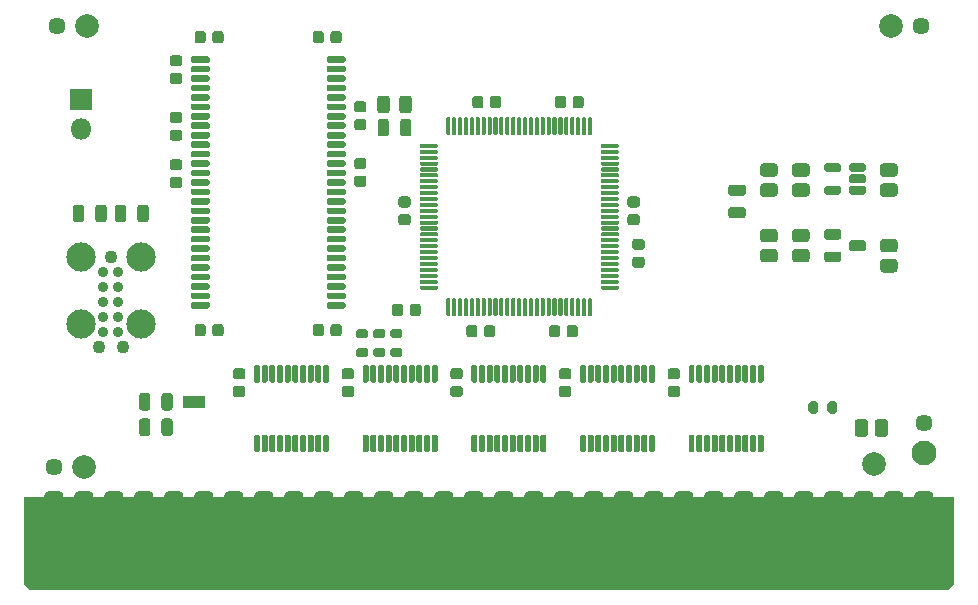
<source format=gts>
G04 #@! TF.GenerationSoftware,KiCad,Pcbnew,(5.1.10-1-10_14)*
G04 #@! TF.CreationDate,2021-06-01T03:35:06-04:00*
G04 #@! TF.ProjectId,RAM2E,52414d32-452e-46b6-9963-61645f706362,2.0*
G04 #@! TF.SameCoordinates,Original*
G04 #@! TF.FileFunction,Soldermask,Top*
G04 #@! TF.FilePolarity,Negative*
%FSLAX46Y46*%
G04 Gerber Fmt 4.6, Leading zero omitted, Abs format (unit mm)*
G04 Created by KiCad (PCBNEW (5.1.10-1-10_14)) date 2021-06-01 03:35:06*
%MOMM*%
%LPD*%
G01*
G04 APERTURE LIST*
%ADD10C,0.076200*%
%ADD11C,0.100000*%
%ADD12O,1.800000X1.800000*%
%ADD13C,2.000000*%
%ADD14C,2.100000*%
%ADD15C,2.474900*%
%ADD16C,0.887400*%
%ADD17C,1.090600*%
%ADD18C,1.448000*%
G04 APERTURE END LIST*
D10*
G36*
X213360000Y-124460000D02*
G01*
X211582000Y-124460000D01*
X211582000Y-123571000D01*
X213360000Y-123571000D01*
X213360000Y-124460000D01*
G37*
X213360000Y-124460000D02*
X211582000Y-124460000D01*
X211582000Y-123571000D01*
X213360000Y-123571000D01*
X213360000Y-124460000D01*
D11*
G36*
X276860000Y-139446000D02*
G01*
X276352000Y-139954000D01*
X198628000Y-139954000D01*
X198120000Y-139446000D01*
X198120000Y-132080000D01*
X276860000Y-132080000D01*
X276860000Y-139446000D01*
G37*
D10*
G36*
X213360000Y-124460000D02*
G01*
X211582000Y-124460000D01*
X211582000Y-123571000D01*
X213360000Y-123571000D01*
X213360000Y-124460000D01*
G37*
X213360000Y-124460000D02*
X211582000Y-124460000D01*
X211582000Y-123571000D01*
X213360000Y-123571000D01*
X213360000Y-124460000D01*
D11*
G36*
X276860000Y-139446000D02*
G01*
X276352000Y-139954000D01*
X198628000Y-139954000D01*
X198120000Y-139446000D01*
X198120000Y-132080000D01*
X276860000Y-132080000D01*
X276860000Y-139446000D01*
G37*
G36*
G01*
X229100000Y-98368750D02*
X229100000Y-99331250D01*
G75*
G02*
X228831250Y-99600000I-268750J0D01*
G01*
X228293750Y-99600000D01*
G75*
G02*
X228025000Y-99331250I0J268750D01*
G01*
X228025000Y-98368750D01*
G75*
G02*
X228293750Y-98100000I268750J0D01*
G01*
X228831250Y-98100000D01*
G75*
G02*
X229100000Y-98368750I0J-268750D01*
G01*
G37*
G36*
G01*
X230975000Y-98368750D02*
X230975000Y-99331250D01*
G75*
G02*
X230706250Y-99600000I-268750J0D01*
G01*
X230168750Y-99600000D01*
G75*
G02*
X229900000Y-99331250I0J268750D01*
G01*
X229900000Y-98368750D01*
G75*
G02*
X230168750Y-98100000I268750J0D01*
G01*
X230706250Y-98100000D01*
G75*
G02*
X230975000Y-98368750I0J-268750D01*
G01*
G37*
G36*
G01*
X229975000Y-101312500D02*
X229975000Y-100287500D01*
G75*
G02*
X230212500Y-100050000I237500J0D01*
G01*
X230687500Y-100050000D01*
G75*
G02*
X230925000Y-100287500I0J-237500D01*
G01*
X230925000Y-101312500D01*
G75*
G02*
X230687500Y-101550000I-237500J0D01*
G01*
X230212500Y-101550000D01*
G75*
G02*
X229975000Y-101312500I0J237500D01*
G01*
G37*
G36*
G01*
X228075000Y-101312500D02*
X228075000Y-100287500D01*
G75*
G02*
X228312500Y-100050000I237500J0D01*
G01*
X228787500Y-100050000D01*
G75*
G02*
X229025000Y-100287500I0J-237500D01*
G01*
X229025000Y-101312500D01*
G75*
G02*
X228787500Y-101550000I-237500J0D01*
G01*
X228312500Y-101550000D01*
G75*
G02*
X228075000Y-101312500I0J237500D01*
G01*
G37*
G36*
G01*
X226425000Y-117850000D02*
X227075000Y-117850000D01*
G75*
G02*
X227275000Y-118050000I0J-200000D01*
G01*
X227275000Y-118450000D01*
G75*
G02*
X227075000Y-118650000I-200000J0D01*
G01*
X226425000Y-118650000D01*
G75*
G02*
X226225000Y-118450000I0J200000D01*
G01*
X226225000Y-118050000D01*
G75*
G02*
X226425000Y-117850000I200000J0D01*
G01*
G37*
G36*
G01*
X226425000Y-119450000D02*
X227075000Y-119450000D01*
G75*
G02*
X227275000Y-119650000I0J-200000D01*
G01*
X227275000Y-120050000D01*
G75*
G02*
X227075000Y-120250000I-200000J0D01*
G01*
X226425000Y-120250000D01*
G75*
G02*
X226225000Y-120050000I0J200000D01*
G01*
X226225000Y-119650000D01*
G75*
G02*
X226425000Y-119450000I200000J0D01*
G01*
G37*
G36*
G01*
X227875000Y-119450000D02*
X228525000Y-119450000D01*
G75*
G02*
X228725000Y-119650000I0J-200000D01*
G01*
X228725000Y-120050000D01*
G75*
G02*
X228525000Y-120250000I-200000J0D01*
G01*
X227875000Y-120250000D01*
G75*
G02*
X227675000Y-120050000I0J200000D01*
G01*
X227675000Y-119650000D01*
G75*
G02*
X227875000Y-119450000I200000J0D01*
G01*
G37*
G36*
G01*
X227875000Y-117850000D02*
X228525000Y-117850000D01*
G75*
G02*
X228725000Y-118050000I0J-200000D01*
G01*
X228725000Y-118450000D01*
G75*
G02*
X228525000Y-118650000I-200000J0D01*
G01*
X227875000Y-118650000D01*
G75*
G02*
X227675000Y-118450000I0J200000D01*
G01*
X227675000Y-118050000D01*
G75*
G02*
X227875000Y-117850000I200000J0D01*
G01*
G37*
G36*
G01*
X271812500Y-106675000D02*
X270887500Y-106675000D01*
G75*
G02*
X270600000Y-106387500I0J287500D01*
G01*
X270600000Y-105812500D01*
G75*
G02*
X270887500Y-105525000I287500J0D01*
G01*
X271812500Y-105525000D01*
G75*
G02*
X272100000Y-105812500I0J-287500D01*
G01*
X272100000Y-106387500D01*
G75*
G02*
X271812500Y-106675000I-287500J0D01*
G01*
G37*
G36*
G01*
X271812500Y-104975000D02*
X270887500Y-104975000D01*
G75*
G02*
X270600000Y-104687500I0J287500D01*
G01*
X270600000Y-104112500D01*
G75*
G02*
X270887500Y-103825000I287500J0D01*
G01*
X271812500Y-103825000D01*
G75*
G02*
X272100000Y-104112500I0J-287500D01*
G01*
X272100000Y-104687500D01*
G75*
G02*
X271812500Y-104975000I-287500J0D01*
G01*
G37*
G36*
G01*
X259012500Y-106575000D02*
X257987500Y-106575000D01*
G75*
G02*
X257750000Y-106337500I0J237500D01*
G01*
X257750000Y-105862500D01*
G75*
G02*
X257987500Y-105625000I237500J0D01*
G01*
X259012500Y-105625000D01*
G75*
G02*
X259250000Y-105862500I0J-237500D01*
G01*
X259250000Y-106337500D01*
G75*
G02*
X259012500Y-106575000I-237500J0D01*
G01*
G37*
G36*
G01*
X259012500Y-108475000D02*
X257987500Y-108475000D01*
G75*
G02*
X257750000Y-108237500I0J237500D01*
G01*
X257750000Y-107762500D01*
G75*
G02*
X257987500Y-107525000I237500J0D01*
G01*
X259012500Y-107525000D01*
G75*
G02*
X259250000Y-107762500I0J-237500D01*
G01*
X259250000Y-108237500D01*
G75*
G02*
X259012500Y-108475000I-237500J0D01*
G01*
G37*
D12*
X202946000Y-100965000D03*
G36*
G01*
X202046000Y-99275000D02*
X202046000Y-97575000D01*
G75*
G02*
X202096000Y-97525000I50000J0D01*
G01*
X203796000Y-97525000D01*
G75*
G02*
X203846000Y-97575000I0J-50000D01*
G01*
X203846000Y-99275000D01*
G75*
G02*
X203796000Y-99325000I-50000J0D01*
G01*
X202096000Y-99325000D01*
G75*
G02*
X202046000Y-99275000I0J50000D01*
G01*
G37*
G36*
G01*
X269425000Y-105912500D02*
X269425000Y-106287500D01*
G75*
G02*
X269237500Y-106475000I-187500J0D01*
G01*
X268162500Y-106475000D01*
G75*
G02*
X267975000Y-106287500I0J187500D01*
G01*
X267975000Y-105912500D01*
G75*
G02*
X268162500Y-105725000I187500J0D01*
G01*
X269237500Y-105725000D01*
G75*
G02*
X269425000Y-105912500I0J-187500D01*
G01*
G37*
G36*
G01*
X269425000Y-104012500D02*
X269425000Y-104387500D01*
G75*
G02*
X269237500Y-104575000I-187500J0D01*
G01*
X268162500Y-104575000D01*
G75*
G02*
X267975000Y-104387500I0J187500D01*
G01*
X267975000Y-104012500D01*
G75*
G02*
X268162500Y-103825000I187500J0D01*
G01*
X269237500Y-103825000D01*
G75*
G02*
X269425000Y-104012500I0J-187500D01*
G01*
G37*
G36*
G01*
X269425000Y-104962500D02*
X269425000Y-105337500D01*
G75*
G02*
X269237500Y-105525000I-187500J0D01*
G01*
X268162500Y-105525000D01*
G75*
G02*
X267975000Y-105337500I0J187500D01*
G01*
X267975000Y-104962500D01*
G75*
G02*
X268162500Y-104775000I187500J0D01*
G01*
X269237500Y-104775000D01*
G75*
G02*
X269425000Y-104962500I0J-187500D01*
G01*
G37*
G36*
G01*
X267325000Y-105912500D02*
X267325000Y-106287500D01*
G75*
G02*
X267137500Y-106475000I-187500J0D01*
G01*
X266062500Y-106475000D01*
G75*
G02*
X265875000Y-106287500I0J187500D01*
G01*
X265875000Y-105912500D01*
G75*
G02*
X266062500Y-105725000I187500J0D01*
G01*
X267137500Y-105725000D01*
G75*
G02*
X267325000Y-105912500I0J-187500D01*
G01*
G37*
G36*
G01*
X267325000Y-104012500D02*
X267325000Y-104387500D01*
G75*
G02*
X267137500Y-104575000I-187500J0D01*
G01*
X266062500Y-104575000D01*
G75*
G02*
X265875000Y-104387500I0J187500D01*
G01*
X265875000Y-104012500D01*
G75*
G02*
X266062500Y-103825000I187500J0D01*
G01*
X267137500Y-103825000D01*
G75*
G02*
X267325000Y-104012500I0J-187500D01*
G01*
G37*
G36*
G01*
X266150000Y-124825000D02*
X266150000Y-124175000D01*
G75*
G02*
X266350000Y-123975000I200000J0D01*
G01*
X266750000Y-123975000D01*
G75*
G02*
X266950000Y-124175000I0J-200000D01*
G01*
X266950000Y-124825000D01*
G75*
G02*
X266750000Y-125025000I-200000J0D01*
G01*
X266350000Y-125025000D01*
G75*
G02*
X266150000Y-124825000I0J200000D01*
G01*
G37*
G36*
G01*
X264550000Y-124825000D02*
X264550000Y-124175000D01*
G75*
G02*
X264750000Y-123975000I200000J0D01*
G01*
X265150000Y-123975000D01*
G75*
G02*
X265350000Y-124175000I0J-200000D01*
G01*
X265350000Y-124825000D01*
G75*
G02*
X265150000Y-125025000I-200000J0D01*
G01*
X264750000Y-125025000D01*
G75*
G02*
X264550000Y-124825000I0J200000D01*
G01*
G37*
G36*
G01*
X229325000Y-117850000D02*
X229975000Y-117850000D01*
G75*
G02*
X230175000Y-118050000I0J-200000D01*
G01*
X230175000Y-118450000D01*
G75*
G02*
X229975000Y-118650000I-200000J0D01*
G01*
X229325000Y-118650000D01*
G75*
G02*
X229125000Y-118450000I0J200000D01*
G01*
X229125000Y-118050000D01*
G75*
G02*
X229325000Y-117850000I200000J0D01*
G01*
G37*
G36*
G01*
X229325000Y-119450000D02*
X229975000Y-119450000D01*
G75*
G02*
X230175000Y-119650000I0J-200000D01*
G01*
X230175000Y-120050000D01*
G75*
G02*
X229975000Y-120250000I-200000J0D01*
G01*
X229325000Y-120250000D01*
G75*
G02*
X229125000Y-120050000I0J200000D01*
G01*
X229125000Y-119650000D01*
G75*
G02*
X229325000Y-119450000I200000J0D01*
G01*
G37*
G36*
G01*
X231626000Y-102437000D02*
X231626000Y-102263000D01*
G75*
G02*
X231713000Y-102176000I87000J0D01*
G01*
X233062000Y-102176000D01*
G75*
G02*
X233149000Y-102263000I0J-87000D01*
G01*
X233149000Y-102437000D01*
G75*
G02*
X233062000Y-102524000I-87000J0D01*
G01*
X231713000Y-102524000D01*
G75*
G02*
X231626000Y-102437000I0J87000D01*
G01*
G37*
G36*
G01*
X231626000Y-102937000D02*
X231626000Y-102763000D01*
G75*
G02*
X231713000Y-102676000I87000J0D01*
G01*
X233062000Y-102676000D01*
G75*
G02*
X233149000Y-102763000I0J-87000D01*
G01*
X233149000Y-102937000D01*
G75*
G02*
X233062000Y-103024000I-87000J0D01*
G01*
X231713000Y-103024000D01*
G75*
G02*
X231626000Y-102937000I0J87000D01*
G01*
G37*
G36*
G01*
X231626000Y-103437000D02*
X231626000Y-103263000D01*
G75*
G02*
X231713000Y-103176000I87000J0D01*
G01*
X233062000Y-103176000D01*
G75*
G02*
X233149000Y-103263000I0J-87000D01*
G01*
X233149000Y-103437000D01*
G75*
G02*
X233062000Y-103524000I-87000J0D01*
G01*
X231713000Y-103524000D01*
G75*
G02*
X231626000Y-103437000I0J87000D01*
G01*
G37*
G36*
G01*
X231626000Y-103937000D02*
X231626000Y-103763000D01*
G75*
G02*
X231713000Y-103676000I87000J0D01*
G01*
X233062000Y-103676000D01*
G75*
G02*
X233149000Y-103763000I0J-87000D01*
G01*
X233149000Y-103937000D01*
G75*
G02*
X233062000Y-104024000I-87000J0D01*
G01*
X231713000Y-104024000D01*
G75*
G02*
X231626000Y-103937000I0J87000D01*
G01*
G37*
G36*
G01*
X231626000Y-104437000D02*
X231626000Y-104263000D01*
G75*
G02*
X231713000Y-104176000I87000J0D01*
G01*
X233062000Y-104176000D01*
G75*
G02*
X233149000Y-104263000I0J-87000D01*
G01*
X233149000Y-104437000D01*
G75*
G02*
X233062000Y-104524000I-87000J0D01*
G01*
X231713000Y-104524000D01*
G75*
G02*
X231626000Y-104437000I0J87000D01*
G01*
G37*
G36*
G01*
X231626000Y-104937000D02*
X231626000Y-104763000D01*
G75*
G02*
X231713000Y-104676000I87000J0D01*
G01*
X233062000Y-104676000D01*
G75*
G02*
X233149000Y-104763000I0J-87000D01*
G01*
X233149000Y-104937000D01*
G75*
G02*
X233062000Y-105024000I-87000J0D01*
G01*
X231713000Y-105024000D01*
G75*
G02*
X231626000Y-104937000I0J87000D01*
G01*
G37*
G36*
G01*
X231626000Y-105437000D02*
X231626000Y-105263000D01*
G75*
G02*
X231713000Y-105176000I87000J0D01*
G01*
X233062000Y-105176000D01*
G75*
G02*
X233149000Y-105263000I0J-87000D01*
G01*
X233149000Y-105437000D01*
G75*
G02*
X233062000Y-105524000I-87000J0D01*
G01*
X231713000Y-105524000D01*
G75*
G02*
X231626000Y-105437000I0J87000D01*
G01*
G37*
G36*
G01*
X231626000Y-105937000D02*
X231626000Y-105763000D01*
G75*
G02*
X231713000Y-105676000I87000J0D01*
G01*
X233062000Y-105676000D01*
G75*
G02*
X233149000Y-105763000I0J-87000D01*
G01*
X233149000Y-105937000D01*
G75*
G02*
X233062000Y-106024000I-87000J0D01*
G01*
X231713000Y-106024000D01*
G75*
G02*
X231626000Y-105937000I0J87000D01*
G01*
G37*
G36*
G01*
X231626000Y-106437000D02*
X231626000Y-106263000D01*
G75*
G02*
X231713000Y-106176000I87000J0D01*
G01*
X233062000Y-106176000D01*
G75*
G02*
X233149000Y-106263000I0J-87000D01*
G01*
X233149000Y-106437000D01*
G75*
G02*
X233062000Y-106524000I-87000J0D01*
G01*
X231713000Y-106524000D01*
G75*
G02*
X231626000Y-106437000I0J87000D01*
G01*
G37*
G36*
G01*
X231626000Y-106937000D02*
X231626000Y-106763000D01*
G75*
G02*
X231713000Y-106676000I87000J0D01*
G01*
X233062000Y-106676000D01*
G75*
G02*
X233149000Y-106763000I0J-87000D01*
G01*
X233149000Y-106937000D01*
G75*
G02*
X233062000Y-107024000I-87000J0D01*
G01*
X231713000Y-107024000D01*
G75*
G02*
X231626000Y-106937000I0J87000D01*
G01*
G37*
G36*
G01*
X231626000Y-107437000D02*
X231626000Y-107263000D01*
G75*
G02*
X231713000Y-107176000I87000J0D01*
G01*
X233062000Y-107176000D01*
G75*
G02*
X233149000Y-107263000I0J-87000D01*
G01*
X233149000Y-107437000D01*
G75*
G02*
X233062000Y-107524000I-87000J0D01*
G01*
X231713000Y-107524000D01*
G75*
G02*
X231626000Y-107437000I0J87000D01*
G01*
G37*
G36*
G01*
X231626000Y-107937000D02*
X231626000Y-107763000D01*
G75*
G02*
X231713000Y-107676000I87000J0D01*
G01*
X233062000Y-107676000D01*
G75*
G02*
X233149000Y-107763000I0J-87000D01*
G01*
X233149000Y-107937000D01*
G75*
G02*
X233062000Y-108024000I-87000J0D01*
G01*
X231713000Y-108024000D01*
G75*
G02*
X231626000Y-107937000I0J87000D01*
G01*
G37*
G36*
G01*
X231626000Y-108437000D02*
X231626000Y-108263000D01*
G75*
G02*
X231713000Y-108176000I87000J0D01*
G01*
X233062000Y-108176000D01*
G75*
G02*
X233149000Y-108263000I0J-87000D01*
G01*
X233149000Y-108437000D01*
G75*
G02*
X233062000Y-108524000I-87000J0D01*
G01*
X231713000Y-108524000D01*
G75*
G02*
X231626000Y-108437000I0J87000D01*
G01*
G37*
G36*
G01*
X231626000Y-108937000D02*
X231626000Y-108763000D01*
G75*
G02*
X231713000Y-108676000I87000J0D01*
G01*
X233062000Y-108676000D01*
G75*
G02*
X233149000Y-108763000I0J-87000D01*
G01*
X233149000Y-108937000D01*
G75*
G02*
X233062000Y-109024000I-87000J0D01*
G01*
X231713000Y-109024000D01*
G75*
G02*
X231626000Y-108937000I0J87000D01*
G01*
G37*
G36*
G01*
X231626000Y-109437000D02*
X231626000Y-109263000D01*
G75*
G02*
X231713000Y-109176000I87000J0D01*
G01*
X233062000Y-109176000D01*
G75*
G02*
X233149000Y-109263000I0J-87000D01*
G01*
X233149000Y-109437000D01*
G75*
G02*
X233062000Y-109524000I-87000J0D01*
G01*
X231713000Y-109524000D01*
G75*
G02*
X231626000Y-109437000I0J87000D01*
G01*
G37*
G36*
G01*
X231626000Y-109937000D02*
X231626000Y-109763000D01*
G75*
G02*
X231713000Y-109676000I87000J0D01*
G01*
X233062000Y-109676000D01*
G75*
G02*
X233149000Y-109763000I0J-87000D01*
G01*
X233149000Y-109937000D01*
G75*
G02*
X233062000Y-110024000I-87000J0D01*
G01*
X231713000Y-110024000D01*
G75*
G02*
X231626000Y-109937000I0J87000D01*
G01*
G37*
G36*
G01*
X231626000Y-110437000D02*
X231626000Y-110263000D01*
G75*
G02*
X231713000Y-110176000I87000J0D01*
G01*
X233062000Y-110176000D01*
G75*
G02*
X233149000Y-110263000I0J-87000D01*
G01*
X233149000Y-110437000D01*
G75*
G02*
X233062000Y-110524000I-87000J0D01*
G01*
X231713000Y-110524000D01*
G75*
G02*
X231626000Y-110437000I0J87000D01*
G01*
G37*
G36*
G01*
X231626000Y-110937000D02*
X231626000Y-110763000D01*
G75*
G02*
X231713000Y-110676000I87000J0D01*
G01*
X233062000Y-110676000D01*
G75*
G02*
X233149000Y-110763000I0J-87000D01*
G01*
X233149000Y-110937000D01*
G75*
G02*
X233062000Y-111024000I-87000J0D01*
G01*
X231713000Y-111024000D01*
G75*
G02*
X231626000Y-110937000I0J87000D01*
G01*
G37*
G36*
G01*
X231626000Y-111437000D02*
X231626000Y-111263000D01*
G75*
G02*
X231713000Y-111176000I87000J0D01*
G01*
X233062000Y-111176000D01*
G75*
G02*
X233149000Y-111263000I0J-87000D01*
G01*
X233149000Y-111437000D01*
G75*
G02*
X233062000Y-111524000I-87000J0D01*
G01*
X231713000Y-111524000D01*
G75*
G02*
X231626000Y-111437000I0J87000D01*
G01*
G37*
G36*
G01*
X231626000Y-111937000D02*
X231626000Y-111763000D01*
G75*
G02*
X231713000Y-111676000I87000J0D01*
G01*
X233062000Y-111676000D01*
G75*
G02*
X233149000Y-111763000I0J-87000D01*
G01*
X233149000Y-111937000D01*
G75*
G02*
X233062000Y-112024000I-87000J0D01*
G01*
X231713000Y-112024000D01*
G75*
G02*
X231626000Y-111937000I0J87000D01*
G01*
G37*
G36*
G01*
X231626000Y-112437000D02*
X231626000Y-112263000D01*
G75*
G02*
X231713000Y-112176000I87000J0D01*
G01*
X233062000Y-112176000D01*
G75*
G02*
X233149000Y-112263000I0J-87000D01*
G01*
X233149000Y-112437000D01*
G75*
G02*
X233062000Y-112524000I-87000J0D01*
G01*
X231713000Y-112524000D01*
G75*
G02*
X231626000Y-112437000I0J87000D01*
G01*
G37*
G36*
G01*
X231626000Y-112937000D02*
X231626000Y-112763000D01*
G75*
G02*
X231713000Y-112676000I87000J0D01*
G01*
X233062000Y-112676000D01*
G75*
G02*
X233149000Y-112763000I0J-87000D01*
G01*
X233149000Y-112937000D01*
G75*
G02*
X233062000Y-113024000I-87000J0D01*
G01*
X231713000Y-113024000D01*
G75*
G02*
X231626000Y-112937000I0J87000D01*
G01*
G37*
G36*
G01*
X231626000Y-113437000D02*
X231626000Y-113263000D01*
G75*
G02*
X231713000Y-113176000I87000J0D01*
G01*
X233062000Y-113176000D01*
G75*
G02*
X233149000Y-113263000I0J-87000D01*
G01*
X233149000Y-113437000D01*
G75*
G02*
X233062000Y-113524000I-87000J0D01*
G01*
X231713000Y-113524000D01*
G75*
G02*
X231626000Y-113437000I0J87000D01*
G01*
G37*
G36*
G01*
X231626000Y-113937000D02*
X231626000Y-113763000D01*
G75*
G02*
X231713000Y-113676000I87000J0D01*
G01*
X233062000Y-113676000D01*
G75*
G02*
X233149000Y-113763000I0J-87000D01*
G01*
X233149000Y-113937000D01*
G75*
G02*
X233062000Y-114024000I-87000J0D01*
G01*
X231713000Y-114024000D01*
G75*
G02*
X231626000Y-113937000I0J87000D01*
G01*
G37*
G36*
G01*
X231626000Y-114437000D02*
X231626000Y-114263000D01*
G75*
G02*
X231713000Y-114176000I87000J0D01*
G01*
X233062000Y-114176000D01*
G75*
G02*
X233149000Y-114263000I0J-87000D01*
G01*
X233149000Y-114437000D01*
G75*
G02*
X233062000Y-114524000I-87000J0D01*
G01*
X231713000Y-114524000D01*
G75*
G02*
X231626000Y-114437000I0J87000D01*
G01*
G37*
G36*
G01*
X233876000Y-116687000D02*
X233876000Y-115338000D01*
G75*
G02*
X233963000Y-115251000I87000J0D01*
G01*
X234137000Y-115251000D01*
G75*
G02*
X234224000Y-115338000I0J-87000D01*
G01*
X234224000Y-116687000D01*
G75*
G02*
X234137000Y-116774000I-87000J0D01*
G01*
X233963000Y-116774000D01*
G75*
G02*
X233876000Y-116687000I0J87000D01*
G01*
G37*
G36*
G01*
X234376000Y-116687000D02*
X234376000Y-115338000D01*
G75*
G02*
X234463000Y-115251000I87000J0D01*
G01*
X234637000Y-115251000D01*
G75*
G02*
X234724000Y-115338000I0J-87000D01*
G01*
X234724000Y-116687000D01*
G75*
G02*
X234637000Y-116774000I-87000J0D01*
G01*
X234463000Y-116774000D01*
G75*
G02*
X234376000Y-116687000I0J87000D01*
G01*
G37*
G36*
G01*
X234876000Y-116687000D02*
X234876000Y-115338000D01*
G75*
G02*
X234963000Y-115251000I87000J0D01*
G01*
X235137000Y-115251000D01*
G75*
G02*
X235224000Y-115338000I0J-87000D01*
G01*
X235224000Y-116687000D01*
G75*
G02*
X235137000Y-116774000I-87000J0D01*
G01*
X234963000Y-116774000D01*
G75*
G02*
X234876000Y-116687000I0J87000D01*
G01*
G37*
G36*
G01*
X235376000Y-116687000D02*
X235376000Y-115338000D01*
G75*
G02*
X235463000Y-115251000I87000J0D01*
G01*
X235637000Y-115251000D01*
G75*
G02*
X235724000Y-115338000I0J-87000D01*
G01*
X235724000Y-116687000D01*
G75*
G02*
X235637000Y-116774000I-87000J0D01*
G01*
X235463000Y-116774000D01*
G75*
G02*
X235376000Y-116687000I0J87000D01*
G01*
G37*
G36*
G01*
X235876000Y-116687000D02*
X235876000Y-115338000D01*
G75*
G02*
X235963000Y-115251000I87000J0D01*
G01*
X236137000Y-115251000D01*
G75*
G02*
X236224000Y-115338000I0J-87000D01*
G01*
X236224000Y-116687000D01*
G75*
G02*
X236137000Y-116774000I-87000J0D01*
G01*
X235963000Y-116774000D01*
G75*
G02*
X235876000Y-116687000I0J87000D01*
G01*
G37*
G36*
G01*
X236376000Y-116687000D02*
X236376000Y-115338000D01*
G75*
G02*
X236463000Y-115251000I87000J0D01*
G01*
X236637000Y-115251000D01*
G75*
G02*
X236724000Y-115338000I0J-87000D01*
G01*
X236724000Y-116687000D01*
G75*
G02*
X236637000Y-116774000I-87000J0D01*
G01*
X236463000Y-116774000D01*
G75*
G02*
X236376000Y-116687000I0J87000D01*
G01*
G37*
G36*
G01*
X236876000Y-116687000D02*
X236876000Y-115338000D01*
G75*
G02*
X236963000Y-115251000I87000J0D01*
G01*
X237137000Y-115251000D01*
G75*
G02*
X237224000Y-115338000I0J-87000D01*
G01*
X237224000Y-116687000D01*
G75*
G02*
X237137000Y-116774000I-87000J0D01*
G01*
X236963000Y-116774000D01*
G75*
G02*
X236876000Y-116687000I0J87000D01*
G01*
G37*
G36*
G01*
X237376000Y-116687000D02*
X237376000Y-115338000D01*
G75*
G02*
X237463000Y-115251000I87000J0D01*
G01*
X237637000Y-115251000D01*
G75*
G02*
X237724000Y-115338000I0J-87000D01*
G01*
X237724000Y-116687000D01*
G75*
G02*
X237637000Y-116774000I-87000J0D01*
G01*
X237463000Y-116774000D01*
G75*
G02*
X237376000Y-116687000I0J87000D01*
G01*
G37*
G36*
G01*
X237876000Y-116687000D02*
X237876000Y-115338000D01*
G75*
G02*
X237963000Y-115251000I87000J0D01*
G01*
X238137000Y-115251000D01*
G75*
G02*
X238224000Y-115338000I0J-87000D01*
G01*
X238224000Y-116687000D01*
G75*
G02*
X238137000Y-116774000I-87000J0D01*
G01*
X237963000Y-116774000D01*
G75*
G02*
X237876000Y-116687000I0J87000D01*
G01*
G37*
G36*
G01*
X238376000Y-116687000D02*
X238376000Y-115338000D01*
G75*
G02*
X238463000Y-115251000I87000J0D01*
G01*
X238637000Y-115251000D01*
G75*
G02*
X238724000Y-115338000I0J-87000D01*
G01*
X238724000Y-116687000D01*
G75*
G02*
X238637000Y-116774000I-87000J0D01*
G01*
X238463000Y-116774000D01*
G75*
G02*
X238376000Y-116687000I0J87000D01*
G01*
G37*
G36*
G01*
X238876000Y-116687000D02*
X238876000Y-115338000D01*
G75*
G02*
X238963000Y-115251000I87000J0D01*
G01*
X239137000Y-115251000D01*
G75*
G02*
X239224000Y-115338000I0J-87000D01*
G01*
X239224000Y-116687000D01*
G75*
G02*
X239137000Y-116774000I-87000J0D01*
G01*
X238963000Y-116774000D01*
G75*
G02*
X238876000Y-116687000I0J87000D01*
G01*
G37*
G36*
G01*
X239376000Y-116687000D02*
X239376000Y-115338000D01*
G75*
G02*
X239463000Y-115251000I87000J0D01*
G01*
X239637000Y-115251000D01*
G75*
G02*
X239724000Y-115338000I0J-87000D01*
G01*
X239724000Y-116687000D01*
G75*
G02*
X239637000Y-116774000I-87000J0D01*
G01*
X239463000Y-116774000D01*
G75*
G02*
X239376000Y-116687000I0J87000D01*
G01*
G37*
G36*
G01*
X239876000Y-116687000D02*
X239876000Y-115338000D01*
G75*
G02*
X239963000Y-115251000I87000J0D01*
G01*
X240137000Y-115251000D01*
G75*
G02*
X240224000Y-115338000I0J-87000D01*
G01*
X240224000Y-116687000D01*
G75*
G02*
X240137000Y-116774000I-87000J0D01*
G01*
X239963000Y-116774000D01*
G75*
G02*
X239876000Y-116687000I0J87000D01*
G01*
G37*
G36*
G01*
X240376000Y-116687000D02*
X240376000Y-115338000D01*
G75*
G02*
X240463000Y-115251000I87000J0D01*
G01*
X240637000Y-115251000D01*
G75*
G02*
X240724000Y-115338000I0J-87000D01*
G01*
X240724000Y-116687000D01*
G75*
G02*
X240637000Y-116774000I-87000J0D01*
G01*
X240463000Y-116774000D01*
G75*
G02*
X240376000Y-116687000I0J87000D01*
G01*
G37*
G36*
G01*
X240876000Y-116687000D02*
X240876000Y-115338000D01*
G75*
G02*
X240963000Y-115251000I87000J0D01*
G01*
X241137000Y-115251000D01*
G75*
G02*
X241224000Y-115338000I0J-87000D01*
G01*
X241224000Y-116687000D01*
G75*
G02*
X241137000Y-116774000I-87000J0D01*
G01*
X240963000Y-116774000D01*
G75*
G02*
X240876000Y-116687000I0J87000D01*
G01*
G37*
G36*
G01*
X241376000Y-116687000D02*
X241376000Y-115338000D01*
G75*
G02*
X241463000Y-115251000I87000J0D01*
G01*
X241637000Y-115251000D01*
G75*
G02*
X241724000Y-115338000I0J-87000D01*
G01*
X241724000Y-116687000D01*
G75*
G02*
X241637000Y-116774000I-87000J0D01*
G01*
X241463000Y-116774000D01*
G75*
G02*
X241376000Y-116687000I0J87000D01*
G01*
G37*
G36*
G01*
X241876000Y-116687000D02*
X241876000Y-115338000D01*
G75*
G02*
X241963000Y-115251000I87000J0D01*
G01*
X242137000Y-115251000D01*
G75*
G02*
X242224000Y-115338000I0J-87000D01*
G01*
X242224000Y-116687000D01*
G75*
G02*
X242137000Y-116774000I-87000J0D01*
G01*
X241963000Y-116774000D01*
G75*
G02*
X241876000Y-116687000I0J87000D01*
G01*
G37*
G36*
G01*
X242376000Y-116687000D02*
X242376000Y-115338000D01*
G75*
G02*
X242463000Y-115251000I87000J0D01*
G01*
X242637000Y-115251000D01*
G75*
G02*
X242724000Y-115338000I0J-87000D01*
G01*
X242724000Y-116687000D01*
G75*
G02*
X242637000Y-116774000I-87000J0D01*
G01*
X242463000Y-116774000D01*
G75*
G02*
X242376000Y-116687000I0J87000D01*
G01*
G37*
G36*
G01*
X242876000Y-116687000D02*
X242876000Y-115338000D01*
G75*
G02*
X242963000Y-115251000I87000J0D01*
G01*
X243137000Y-115251000D01*
G75*
G02*
X243224000Y-115338000I0J-87000D01*
G01*
X243224000Y-116687000D01*
G75*
G02*
X243137000Y-116774000I-87000J0D01*
G01*
X242963000Y-116774000D01*
G75*
G02*
X242876000Y-116687000I0J87000D01*
G01*
G37*
G36*
G01*
X243376000Y-116687000D02*
X243376000Y-115338000D01*
G75*
G02*
X243463000Y-115251000I87000J0D01*
G01*
X243637000Y-115251000D01*
G75*
G02*
X243724000Y-115338000I0J-87000D01*
G01*
X243724000Y-116687000D01*
G75*
G02*
X243637000Y-116774000I-87000J0D01*
G01*
X243463000Y-116774000D01*
G75*
G02*
X243376000Y-116687000I0J87000D01*
G01*
G37*
G36*
G01*
X243876000Y-116687000D02*
X243876000Y-115338000D01*
G75*
G02*
X243963000Y-115251000I87000J0D01*
G01*
X244137000Y-115251000D01*
G75*
G02*
X244224000Y-115338000I0J-87000D01*
G01*
X244224000Y-116687000D01*
G75*
G02*
X244137000Y-116774000I-87000J0D01*
G01*
X243963000Y-116774000D01*
G75*
G02*
X243876000Y-116687000I0J87000D01*
G01*
G37*
G36*
G01*
X244376000Y-116687000D02*
X244376000Y-115338000D01*
G75*
G02*
X244463000Y-115251000I87000J0D01*
G01*
X244637000Y-115251000D01*
G75*
G02*
X244724000Y-115338000I0J-87000D01*
G01*
X244724000Y-116687000D01*
G75*
G02*
X244637000Y-116774000I-87000J0D01*
G01*
X244463000Y-116774000D01*
G75*
G02*
X244376000Y-116687000I0J87000D01*
G01*
G37*
G36*
G01*
X244876000Y-116687000D02*
X244876000Y-115338000D01*
G75*
G02*
X244963000Y-115251000I87000J0D01*
G01*
X245137000Y-115251000D01*
G75*
G02*
X245224000Y-115338000I0J-87000D01*
G01*
X245224000Y-116687000D01*
G75*
G02*
X245137000Y-116774000I-87000J0D01*
G01*
X244963000Y-116774000D01*
G75*
G02*
X244876000Y-116687000I0J87000D01*
G01*
G37*
G36*
G01*
X245376000Y-116687000D02*
X245376000Y-115338000D01*
G75*
G02*
X245463000Y-115251000I87000J0D01*
G01*
X245637000Y-115251000D01*
G75*
G02*
X245724000Y-115338000I0J-87000D01*
G01*
X245724000Y-116687000D01*
G75*
G02*
X245637000Y-116774000I-87000J0D01*
G01*
X245463000Y-116774000D01*
G75*
G02*
X245376000Y-116687000I0J87000D01*
G01*
G37*
G36*
G01*
X245876000Y-116687000D02*
X245876000Y-115338000D01*
G75*
G02*
X245963000Y-115251000I87000J0D01*
G01*
X246137000Y-115251000D01*
G75*
G02*
X246224000Y-115338000I0J-87000D01*
G01*
X246224000Y-116687000D01*
G75*
G02*
X246137000Y-116774000I-87000J0D01*
G01*
X245963000Y-116774000D01*
G75*
G02*
X245876000Y-116687000I0J87000D01*
G01*
G37*
G36*
G01*
X246951000Y-114437000D02*
X246951000Y-114263000D01*
G75*
G02*
X247038000Y-114176000I87000J0D01*
G01*
X248387000Y-114176000D01*
G75*
G02*
X248474000Y-114263000I0J-87000D01*
G01*
X248474000Y-114437000D01*
G75*
G02*
X248387000Y-114524000I-87000J0D01*
G01*
X247038000Y-114524000D01*
G75*
G02*
X246951000Y-114437000I0J87000D01*
G01*
G37*
G36*
G01*
X246951000Y-113937000D02*
X246951000Y-113763000D01*
G75*
G02*
X247038000Y-113676000I87000J0D01*
G01*
X248387000Y-113676000D01*
G75*
G02*
X248474000Y-113763000I0J-87000D01*
G01*
X248474000Y-113937000D01*
G75*
G02*
X248387000Y-114024000I-87000J0D01*
G01*
X247038000Y-114024000D01*
G75*
G02*
X246951000Y-113937000I0J87000D01*
G01*
G37*
G36*
G01*
X246951000Y-113437000D02*
X246951000Y-113263000D01*
G75*
G02*
X247038000Y-113176000I87000J0D01*
G01*
X248387000Y-113176000D01*
G75*
G02*
X248474000Y-113263000I0J-87000D01*
G01*
X248474000Y-113437000D01*
G75*
G02*
X248387000Y-113524000I-87000J0D01*
G01*
X247038000Y-113524000D01*
G75*
G02*
X246951000Y-113437000I0J87000D01*
G01*
G37*
G36*
G01*
X246951000Y-112937000D02*
X246951000Y-112763000D01*
G75*
G02*
X247038000Y-112676000I87000J0D01*
G01*
X248387000Y-112676000D01*
G75*
G02*
X248474000Y-112763000I0J-87000D01*
G01*
X248474000Y-112937000D01*
G75*
G02*
X248387000Y-113024000I-87000J0D01*
G01*
X247038000Y-113024000D01*
G75*
G02*
X246951000Y-112937000I0J87000D01*
G01*
G37*
G36*
G01*
X246951000Y-112437000D02*
X246951000Y-112263000D01*
G75*
G02*
X247038000Y-112176000I87000J0D01*
G01*
X248387000Y-112176000D01*
G75*
G02*
X248474000Y-112263000I0J-87000D01*
G01*
X248474000Y-112437000D01*
G75*
G02*
X248387000Y-112524000I-87000J0D01*
G01*
X247038000Y-112524000D01*
G75*
G02*
X246951000Y-112437000I0J87000D01*
G01*
G37*
G36*
G01*
X246951000Y-111937000D02*
X246951000Y-111763000D01*
G75*
G02*
X247038000Y-111676000I87000J0D01*
G01*
X248387000Y-111676000D01*
G75*
G02*
X248474000Y-111763000I0J-87000D01*
G01*
X248474000Y-111937000D01*
G75*
G02*
X248387000Y-112024000I-87000J0D01*
G01*
X247038000Y-112024000D01*
G75*
G02*
X246951000Y-111937000I0J87000D01*
G01*
G37*
G36*
G01*
X246951000Y-111437000D02*
X246951000Y-111263000D01*
G75*
G02*
X247038000Y-111176000I87000J0D01*
G01*
X248387000Y-111176000D01*
G75*
G02*
X248474000Y-111263000I0J-87000D01*
G01*
X248474000Y-111437000D01*
G75*
G02*
X248387000Y-111524000I-87000J0D01*
G01*
X247038000Y-111524000D01*
G75*
G02*
X246951000Y-111437000I0J87000D01*
G01*
G37*
G36*
G01*
X246951000Y-110937000D02*
X246951000Y-110763000D01*
G75*
G02*
X247038000Y-110676000I87000J0D01*
G01*
X248387000Y-110676000D01*
G75*
G02*
X248474000Y-110763000I0J-87000D01*
G01*
X248474000Y-110937000D01*
G75*
G02*
X248387000Y-111024000I-87000J0D01*
G01*
X247038000Y-111024000D01*
G75*
G02*
X246951000Y-110937000I0J87000D01*
G01*
G37*
G36*
G01*
X246951000Y-110437000D02*
X246951000Y-110263000D01*
G75*
G02*
X247038000Y-110176000I87000J0D01*
G01*
X248387000Y-110176000D01*
G75*
G02*
X248474000Y-110263000I0J-87000D01*
G01*
X248474000Y-110437000D01*
G75*
G02*
X248387000Y-110524000I-87000J0D01*
G01*
X247038000Y-110524000D01*
G75*
G02*
X246951000Y-110437000I0J87000D01*
G01*
G37*
G36*
G01*
X246951000Y-109937000D02*
X246951000Y-109763000D01*
G75*
G02*
X247038000Y-109676000I87000J0D01*
G01*
X248387000Y-109676000D01*
G75*
G02*
X248474000Y-109763000I0J-87000D01*
G01*
X248474000Y-109937000D01*
G75*
G02*
X248387000Y-110024000I-87000J0D01*
G01*
X247038000Y-110024000D01*
G75*
G02*
X246951000Y-109937000I0J87000D01*
G01*
G37*
G36*
G01*
X246951000Y-109437000D02*
X246951000Y-109263000D01*
G75*
G02*
X247038000Y-109176000I87000J0D01*
G01*
X248387000Y-109176000D01*
G75*
G02*
X248474000Y-109263000I0J-87000D01*
G01*
X248474000Y-109437000D01*
G75*
G02*
X248387000Y-109524000I-87000J0D01*
G01*
X247038000Y-109524000D01*
G75*
G02*
X246951000Y-109437000I0J87000D01*
G01*
G37*
G36*
G01*
X246951000Y-108937000D02*
X246951000Y-108763000D01*
G75*
G02*
X247038000Y-108676000I87000J0D01*
G01*
X248387000Y-108676000D01*
G75*
G02*
X248474000Y-108763000I0J-87000D01*
G01*
X248474000Y-108937000D01*
G75*
G02*
X248387000Y-109024000I-87000J0D01*
G01*
X247038000Y-109024000D01*
G75*
G02*
X246951000Y-108937000I0J87000D01*
G01*
G37*
G36*
G01*
X246951000Y-108437000D02*
X246951000Y-108263000D01*
G75*
G02*
X247038000Y-108176000I87000J0D01*
G01*
X248387000Y-108176000D01*
G75*
G02*
X248474000Y-108263000I0J-87000D01*
G01*
X248474000Y-108437000D01*
G75*
G02*
X248387000Y-108524000I-87000J0D01*
G01*
X247038000Y-108524000D01*
G75*
G02*
X246951000Y-108437000I0J87000D01*
G01*
G37*
G36*
G01*
X246951000Y-107937000D02*
X246951000Y-107763000D01*
G75*
G02*
X247038000Y-107676000I87000J0D01*
G01*
X248387000Y-107676000D01*
G75*
G02*
X248474000Y-107763000I0J-87000D01*
G01*
X248474000Y-107937000D01*
G75*
G02*
X248387000Y-108024000I-87000J0D01*
G01*
X247038000Y-108024000D01*
G75*
G02*
X246951000Y-107937000I0J87000D01*
G01*
G37*
G36*
G01*
X246951000Y-107437000D02*
X246951000Y-107263000D01*
G75*
G02*
X247038000Y-107176000I87000J0D01*
G01*
X248387000Y-107176000D01*
G75*
G02*
X248474000Y-107263000I0J-87000D01*
G01*
X248474000Y-107437000D01*
G75*
G02*
X248387000Y-107524000I-87000J0D01*
G01*
X247038000Y-107524000D01*
G75*
G02*
X246951000Y-107437000I0J87000D01*
G01*
G37*
G36*
G01*
X246951000Y-106937000D02*
X246951000Y-106763000D01*
G75*
G02*
X247038000Y-106676000I87000J0D01*
G01*
X248387000Y-106676000D01*
G75*
G02*
X248474000Y-106763000I0J-87000D01*
G01*
X248474000Y-106937000D01*
G75*
G02*
X248387000Y-107024000I-87000J0D01*
G01*
X247038000Y-107024000D01*
G75*
G02*
X246951000Y-106937000I0J87000D01*
G01*
G37*
G36*
G01*
X246951000Y-106437000D02*
X246951000Y-106263000D01*
G75*
G02*
X247038000Y-106176000I87000J0D01*
G01*
X248387000Y-106176000D01*
G75*
G02*
X248474000Y-106263000I0J-87000D01*
G01*
X248474000Y-106437000D01*
G75*
G02*
X248387000Y-106524000I-87000J0D01*
G01*
X247038000Y-106524000D01*
G75*
G02*
X246951000Y-106437000I0J87000D01*
G01*
G37*
G36*
G01*
X246951000Y-105937000D02*
X246951000Y-105763000D01*
G75*
G02*
X247038000Y-105676000I87000J0D01*
G01*
X248387000Y-105676000D01*
G75*
G02*
X248474000Y-105763000I0J-87000D01*
G01*
X248474000Y-105937000D01*
G75*
G02*
X248387000Y-106024000I-87000J0D01*
G01*
X247038000Y-106024000D01*
G75*
G02*
X246951000Y-105937000I0J87000D01*
G01*
G37*
G36*
G01*
X246951000Y-105437000D02*
X246951000Y-105263000D01*
G75*
G02*
X247038000Y-105176000I87000J0D01*
G01*
X248387000Y-105176000D01*
G75*
G02*
X248474000Y-105263000I0J-87000D01*
G01*
X248474000Y-105437000D01*
G75*
G02*
X248387000Y-105524000I-87000J0D01*
G01*
X247038000Y-105524000D01*
G75*
G02*
X246951000Y-105437000I0J87000D01*
G01*
G37*
G36*
G01*
X246951000Y-104937000D02*
X246951000Y-104763000D01*
G75*
G02*
X247038000Y-104676000I87000J0D01*
G01*
X248387000Y-104676000D01*
G75*
G02*
X248474000Y-104763000I0J-87000D01*
G01*
X248474000Y-104937000D01*
G75*
G02*
X248387000Y-105024000I-87000J0D01*
G01*
X247038000Y-105024000D01*
G75*
G02*
X246951000Y-104937000I0J87000D01*
G01*
G37*
G36*
G01*
X246951000Y-104437000D02*
X246951000Y-104263000D01*
G75*
G02*
X247038000Y-104176000I87000J0D01*
G01*
X248387000Y-104176000D01*
G75*
G02*
X248474000Y-104263000I0J-87000D01*
G01*
X248474000Y-104437000D01*
G75*
G02*
X248387000Y-104524000I-87000J0D01*
G01*
X247038000Y-104524000D01*
G75*
G02*
X246951000Y-104437000I0J87000D01*
G01*
G37*
G36*
G01*
X246951000Y-103937000D02*
X246951000Y-103763000D01*
G75*
G02*
X247038000Y-103676000I87000J0D01*
G01*
X248387000Y-103676000D01*
G75*
G02*
X248474000Y-103763000I0J-87000D01*
G01*
X248474000Y-103937000D01*
G75*
G02*
X248387000Y-104024000I-87000J0D01*
G01*
X247038000Y-104024000D01*
G75*
G02*
X246951000Y-103937000I0J87000D01*
G01*
G37*
G36*
G01*
X246951000Y-103437000D02*
X246951000Y-103263000D01*
G75*
G02*
X247038000Y-103176000I87000J0D01*
G01*
X248387000Y-103176000D01*
G75*
G02*
X248474000Y-103263000I0J-87000D01*
G01*
X248474000Y-103437000D01*
G75*
G02*
X248387000Y-103524000I-87000J0D01*
G01*
X247038000Y-103524000D01*
G75*
G02*
X246951000Y-103437000I0J87000D01*
G01*
G37*
G36*
G01*
X246951000Y-102937000D02*
X246951000Y-102763000D01*
G75*
G02*
X247038000Y-102676000I87000J0D01*
G01*
X248387000Y-102676000D01*
G75*
G02*
X248474000Y-102763000I0J-87000D01*
G01*
X248474000Y-102937000D01*
G75*
G02*
X248387000Y-103024000I-87000J0D01*
G01*
X247038000Y-103024000D01*
G75*
G02*
X246951000Y-102937000I0J87000D01*
G01*
G37*
G36*
G01*
X246951000Y-102437000D02*
X246951000Y-102263000D01*
G75*
G02*
X247038000Y-102176000I87000J0D01*
G01*
X248387000Y-102176000D01*
G75*
G02*
X248474000Y-102263000I0J-87000D01*
G01*
X248474000Y-102437000D01*
G75*
G02*
X248387000Y-102524000I-87000J0D01*
G01*
X247038000Y-102524000D01*
G75*
G02*
X246951000Y-102437000I0J87000D01*
G01*
G37*
G36*
G01*
X245876000Y-101362000D02*
X245876000Y-100013000D01*
G75*
G02*
X245963000Y-99926000I87000J0D01*
G01*
X246137000Y-99926000D01*
G75*
G02*
X246224000Y-100013000I0J-87000D01*
G01*
X246224000Y-101362000D01*
G75*
G02*
X246137000Y-101449000I-87000J0D01*
G01*
X245963000Y-101449000D01*
G75*
G02*
X245876000Y-101362000I0J87000D01*
G01*
G37*
G36*
G01*
X245376000Y-101362000D02*
X245376000Y-100013000D01*
G75*
G02*
X245463000Y-99926000I87000J0D01*
G01*
X245637000Y-99926000D01*
G75*
G02*
X245724000Y-100013000I0J-87000D01*
G01*
X245724000Y-101362000D01*
G75*
G02*
X245637000Y-101449000I-87000J0D01*
G01*
X245463000Y-101449000D01*
G75*
G02*
X245376000Y-101362000I0J87000D01*
G01*
G37*
G36*
G01*
X244876000Y-101362000D02*
X244876000Y-100013000D01*
G75*
G02*
X244963000Y-99926000I87000J0D01*
G01*
X245137000Y-99926000D01*
G75*
G02*
X245224000Y-100013000I0J-87000D01*
G01*
X245224000Y-101362000D01*
G75*
G02*
X245137000Y-101449000I-87000J0D01*
G01*
X244963000Y-101449000D01*
G75*
G02*
X244876000Y-101362000I0J87000D01*
G01*
G37*
G36*
G01*
X244376000Y-101362000D02*
X244376000Y-100013000D01*
G75*
G02*
X244463000Y-99926000I87000J0D01*
G01*
X244637000Y-99926000D01*
G75*
G02*
X244724000Y-100013000I0J-87000D01*
G01*
X244724000Y-101362000D01*
G75*
G02*
X244637000Y-101449000I-87000J0D01*
G01*
X244463000Y-101449000D01*
G75*
G02*
X244376000Y-101362000I0J87000D01*
G01*
G37*
G36*
G01*
X243876000Y-101362000D02*
X243876000Y-100013000D01*
G75*
G02*
X243963000Y-99926000I87000J0D01*
G01*
X244137000Y-99926000D01*
G75*
G02*
X244224000Y-100013000I0J-87000D01*
G01*
X244224000Y-101362000D01*
G75*
G02*
X244137000Y-101449000I-87000J0D01*
G01*
X243963000Y-101449000D01*
G75*
G02*
X243876000Y-101362000I0J87000D01*
G01*
G37*
G36*
G01*
X243376000Y-101362000D02*
X243376000Y-100013000D01*
G75*
G02*
X243463000Y-99926000I87000J0D01*
G01*
X243637000Y-99926000D01*
G75*
G02*
X243724000Y-100013000I0J-87000D01*
G01*
X243724000Y-101362000D01*
G75*
G02*
X243637000Y-101449000I-87000J0D01*
G01*
X243463000Y-101449000D01*
G75*
G02*
X243376000Y-101362000I0J87000D01*
G01*
G37*
G36*
G01*
X242876000Y-101362000D02*
X242876000Y-100013000D01*
G75*
G02*
X242963000Y-99926000I87000J0D01*
G01*
X243137000Y-99926000D01*
G75*
G02*
X243224000Y-100013000I0J-87000D01*
G01*
X243224000Y-101362000D01*
G75*
G02*
X243137000Y-101449000I-87000J0D01*
G01*
X242963000Y-101449000D01*
G75*
G02*
X242876000Y-101362000I0J87000D01*
G01*
G37*
G36*
G01*
X242376000Y-101362000D02*
X242376000Y-100013000D01*
G75*
G02*
X242463000Y-99926000I87000J0D01*
G01*
X242637000Y-99926000D01*
G75*
G02*
X242724000Y-100013000I0J-87000D01*
G01*
X242724000Y-101362000D01*
G75*
G02*
X242637000Y-101449000I-87000J0D01*
G01*
X242463000Y-101449000D01*
G75*
G02*
X242376000Y-101362000I0J87000D01*
G01*
G37*
G36*
G01*
X241876000Y-101362000D02*
X241876000Y-100013000D01*
G75*
G02*
X241963000Y-99926000I87000J0D01*
G01*
X242137000Y-99926000D01*
G75*
G02*
X242224000Y-100013000I0J-87000D01*
G01*
X242224000Y-101362000D01*
G75*
G02*
X242137000Y-101449000I-87000J0D01*
G01*
X241963000Y-101449000D01*
G75*
G02*
X241876000Y-101362000I0J87000D01*
G01*
G37*
G36*
G01*
X241376000Y-101362000D02*
X241376000Y-100013000D01*
G75*
G02*
X241463000Y-99926000I87000J0D01*
G01*
X241637000Y-99926000D01*
G75*
G02*
X241724000Y-100013000I0J-87000D01*
G01*
X241724000Y-101362000D01*
G75*
G02*
X241637000Y-101449000I-87000J0D01*
G01*
X241463000Y-101449000D01*
G75*
G02*
X241376000Y-101362000I0J87000D01*
G01*
G37*
G36*
G01*
X240876000Y-101362000D02*
X240876000Y-100013000D01*
G75*
G02*
X240963000Y-99926000I87000J0D01*
G01*
X241137000Y-99926000D01*
G75*
G02*
X241224000Y-100013000I0J-87000D01*
G01*
X241224000Y-101362000D01*
G75*
G02*
X241137000Y-101449000I-87000J0D01*
G01*
X240963000Y-101449000D01*
G75*
G02*
X240876000Y-101362000I0J87000D01*
G01*
G37*
G36*
G01*
X240376000Y-101362000D02*
X240376000Y-100013000D01*
G75*
G02*
X240463000Y-99926000I87000J0D01*
G01*
X240637000Y-99926000D01*
G75*
G02*
X240724000Y-100013000I0J-87000D01*
G01*
X240724000Y-101362000D01*
G75*
G02*
X240637000Y-101449000I-87000J0D01*
G01*
X240463000Y-101449000D01*
G75*
G02*
X240376000Y-101362000I0J87000D01*
G01*
G37*
G36*
G01*
X239876000Y-101362000D02*
X239876000Y-100013000D01*
G75*
G02*
X239963000Y-99926000I87000J0D01*
G01*
X240137000Y-99926000D01*
G75*
G02*
X240224000Y-100013000I0J-87000D01*
G01*
X240224000Y-101362000D01*
G75*
G02*
X240137000Y-101449000I-87000J0D01*
G01*
X239963000Y-101449000D01*
G75*
G02*
X239876000Y-101362000I0J87000D01*
G01*
G37*
G36*
G01*
X239376000Y-101362000D02*
X239376000Y-100013000D01*
G75*
G02*
X239463000Y-99926000I87000J0D01*
G01*
X239637000Y-99926000D01*
G75*
G02*
X239724000Y-100013000I0J-87000D01*
G01*
X239724000Y-101362000D01*
G75*
G02*
X239637000Y-101449000I-87000J0D01*
G01*
X239463000Y-101449000D01*
G75*
G02*
X239376000Y-101362000I0J87000D01*
G01*
G37*
G36*
G01*
X238876000Y-101362000D02*
X238876000Y-100013000D01*
G75*
G02*
X238963000Y-99926000I87000J0D01*
G01*
X239137000Y-99926000D01*
G75*
G02*
X239224000Y-100013000I0J-87000D01*
G01*
X239224000Y-101362000D01*
G75*
G02*
X239137000Y-101449000I-87000J0D01*
G01*
X238963000Y-101449000D01*
G75*
G02*
X238876000Y-101362000I0J87000D01*
G01*
G37*
G36*
G01*
X238376000Y-101362000D02*
X238376000Y-100013000D01*
G75*
G02*
X238463000Y-99926000I87000J0D01*
G01*
X238637000Y-99926000D01*
G75*
G02*
X238724000Y-100013000I0J-87000D01*
G01*
X238724000Y-101362000D01*
G75*
G02*
X238637000Y-101449000I-87000J0D01*
G01*
X238463000Y-101449000D01*
G75*
G02*
X238376000Y-101362000I0J87000D01*
G01*
G37*
G36*
G01*
X237876000Y-101362000D02*
X237876000Y-100013000D01*
G75*
G02*
X237963000Y-99926000I87000J0D01*
G01*
X238137000Y-99926000D01*
G75*
G02*
X238224000Y-100013000I0J-87000D01*
G01*
X238224000Y-101362000D01*
G75*
G02*
X238137000Y-101449000I-87000J0D01*
G01*
X237963000Y-101449000D01*
G75*
G02*
X237876000Y-101362000I0J87000D01*
G01*
G37*
G36*
G01*
X237376000Y-101362000D02*
X237376000Y-100013000D01*
G75*
G02*
X237463000Y-99926000I87000J0D01*
G01*
X237637000Y-99926000D01*
G75*
G02*
X237724000Y-100013000I0J-87000D01*
G01*
X237724000Y-101362000D01*
G75*
G02*
X237637000Y-101449000I-87000J0D01*
G01*
X237463000Y-101449000D01*
G75*
G02*
X237376000Y-101362000I0J87000D01*
G01*
G37*
G36*
G01*
X236876000Y-101362000D02*
X236876000Y-100013000D01*
G75*
G02*
X236963000Y-99926000I87000J0D01*
G01*
X237137000Y-99926000D01*
G75*
G02*
X237224000Y-100013000I0J-87000D01*
G01*
X237224000Y-101362000D01*
G75*
G02*
X237137000Y-101449000I-87000J0D01*
G01*
X236963000Y-101449000D01*
G75*
G02*
X236876000Y-101362000I0J87000D01*
G01*
G37*
G36*
G01*
X236376000Y-101362000D02*
X236376000Y-100013000D01*
G75*
G02*
X236463000Y-99926000I87000J0D01*
G01*
X236637000Y-99926000D01*
G75*
G02*
X236724000Y-100013000I0J-87000D01*
G01*
X236724000Y-101362000D01*
G75*
G02*
X236637000Y-101449000I-87000J0D01*
G01*
X236463000Y-101449000D01*
G75*
G02*
X236376000Y-101362000I0J87000D01*
G01*
G37*
G36*
G01*
X235876000Y-101362000D02*
X235876000Y-100013000D01*
G75*
G02*
X235963000Y-99926000I87000J0D01*
G01*
X236137000Y-99926000D01*
G75*
G02*
X236224000Y-100013000I0J-87000D01*
G01*
X236224000Y-101362000D01*
G75*
G02*
X236137000Y-101449000I-87000J0D01*
G01*
X235963000Y-101449000D01*
G75*
G02*
X235876000Y-101362000I0J87000D01*
G01*
G37*
G36*
G01*
X235376000Y-101362000D02*
X235376000Y-100013000D01*
G75*
G02*
X235463000Y-99926000I87000J0D01*
G01*
X235637000Y-99926000D01*
G75*
G02*
X235724000Y-100013000I0J-87000D01*
G01*
X235724000Y-101362000D01*
G75*
G02*
X235637000Y-101449000I-87000J0D01*
G01*
X235463000Y-101449000D01*
G75*
G02*
X235376000Y-101362000I0J87000D01*
G01*
G37*
G36*
G01*
X234876000Y-101362000D02*
X234876000Y-100013000D01*
G75*
G02*
X234963000Y-99926000I87000J0D01*
G01*
X235137000Y-99926000D01*
G75*
G02*
X235224000Y-100013000I0J-87000D01*
G01*
X235224000Y-101362000D01*
G75*
G02*
X235137000Y-101449000I-87000J0D01*
G01*
X234963000Y-101449000D01*
G75*
G02*
X234876000Y-101362000I0J87000D01*
G01*
G37*
G36*
G01*
X234376000Y-101362000D02*
X234376000Y-100013000D01*
G75*
G02*
X234463000Y-99926000I87000J0D01*
G01*
X234637000Y-99926000D01*
G75*
G02*
X234724000Y-100013000I0J-87000D01*
G01*
X234724000Y-101362000D01*
G75*
G02*
X234637000Y-101449000I-87000J0D01*
G01*
X234463000Y-101449000D01*
G75*
G02*
X234376000Y-101362000I0J87000D01*
G01*
G37*
G36*
G01*
X233876000Y-101362000D02*
X233876000Y-100013000D01*
G75*
G02*
X233963000Y-99926000I87000J0D01*
G01*
X234137000Y-99926000D01*
G75*
G02*
X234224000Y-100013000I0J-87000D01*
G01*
X234224000Y-101362000D01*
G75*
G02*
X234137000Y-101449000I-87000J0D01*
G01*
X233963000Y-101449000D01*
G75*
G02*
X233876000Y-101362000I0J87000D01*
G01*
G37*
G36*
G01*
X222575000Y-118237500D02*
X222575000Y-117662500D01*
G75*
G02*
X222812500Y-117425000I237500J0D01*
G01*
X223287500Y-117425000D01*
G75*
G02*
X223525000Y-117662500I0J-237500D01*
G01*
X223525000Y-118237500D01*
G75*
G02*
X223287500Y-118475000I-237500J0D01*
G01*
X222812500Y-118475000D01*
G75*
G02*
X222575000Y-118237500I0J237500D01*
G01*
G37*
G36*
G01*
X224075000Y-118237500D02*
X224075000Y-117662500D01*
G75*
G02*
X224312500Y-117425000I237500J0D01*
G01*
X224787500Y-117425000D01*
G75*
G02*
X225025000Y-117662500I0J-237500D01*
G01*
X225025000Y-118237500D01*
G75*
G02*
X224787500Y-118475000I-237500J0D01*
G01*
X224312500Y-118475000D01*
G75*
G02*
X224075000Y-118237500I0J237500D01*
G01*
G37*
G36*
G01*
X214075000Y-93437500D02*
X214075000Y-92862500D01*
G75*
G02*
X214312500Y-92625000I237500J0D01*
G01*
X214787500Y-92625000D01*
G75*
G02*
X215025000Y-92862500I0J-237500D01*
G01*
X215025000Y-93437500D01*
G75*
G02*
X214787500Y-93675000I-237500J0D01*
G01*
X214312500Y-93675000D01*
G75*
G02*
X214075000Y-93437500I0J237500D01*
G01*
G37*
G36*
G01*
X212575000Y-93437500D02*
X212575000Y-92862500D01*
G75*
G02*
X212812500Y-92625000I237500J0D01*
G01*
X213287500Y-92625000D01*
G75*
G02*
X213525000Y-92862500I0J-237500D01*
G01*
X213525000Y-93437500D01*
G75*
G02*
X213287500Y-93675000I-237500J0D01*
G01*
X212812500Y-93675000D01*
G75*
G02*
X212575000Y-93437500I0J237500D01*
G01*
G37*
G36*
G01*
X265875000Y-110075000D02*
X265875000Y-109625000D01*
G75*
G02*
X266100000Y-109400000I225000J0D01*
G01*
X267100000Y-109400000D01*
G75*
G02*
X267325000Y-109625000I0J-225000D01*
G01*
X267325000Y-110075000D01*
G75*
G02*
X267100000Y-110300000I-225000J0D01*
G01*
X266100000Y-110300000D01*
G75*
G02*
X265875000Y-110075000I0J225000D01*
G01*
G37*
G36*
G01*
X265875000Y-111975000D02*
X265875000Y-111525000D01*
G75*
G02*
X266100000Y-111300000I225000J0D01*
G01*
X267100000Y-111300000D01*
G75*
G02*
X267325000Y-111525000I0J-225000D01*
G01*
X267325000Y-111975000D01*
G75*
G02*
X267100000Y-112200000I-225000J0D01*
G01*
X266100000Y-112200000D01*
G75*
G02*
X265875000Y-111975000I0J225000D01*
G01*
G37*
G36*
G01*
X267975000Y-111025000D02*
X267975000Y-110575000D01*
G75*
G02*
X268200000Y-110350000I225000J0D01*
G01*
X269200000Y-110350000D01*
G75*
G02*
X269425000Y-110575000I0J-225000D01*
G01*
X269425000Y-111025000D01*
G75*
G02*
X269200000Y-111250000I-225000J0D01*
G01*
X268200000Y-111250000D01*
G75*
G02*
X267975000Y-111025000I0J225000D01*
G01*
G37*
G36*
G01*
X227174500Y-122399000D02*
X226925500Y-122399000D01*
G75*
G02*
X226801000Y-122274500I0J124500D01*
G01*
X226801000Y-121025500D01*
G75*
G02*
X226925500Y-120901000I124500J0D01*
G01*
X227174500Y-120901000D01*
G75*
G02*
X227299000Y-121025500I0J-124500D01*
G01*
X227299000Y-122274500D01*
G75*
G02*
X227174500Y-122399000I-124500J0D01*
G01*
G37*
G36*
G01*
X227824500Y-122399000D02*
X227575500Y-122399000D01*
G75*
G02*
X227451000Y-122274500I0J124500D01*
G01*
X227451000Y-121025500D01*
G75*
G02*
X227575500Y-120901000I124500J0D01*
G01*
X227824500Y-120901000D01*
G75*
G02*
X227949000Y-121025500I0J-124500D01*
G01*
X227949000Y-122274500D01*
G75*
G02*
X227824500Y-122399000I-124500J0D01*
G01*
G37*
G36*
G01*
X228474500Y-122399000D02*
X228225500Y-122399000D01*
G75*
G02*
X228101000Y-122274500I0J124500D01*
G01*
X228101000Y-121025500D01*
G75*
G02*
X228225500Y-120901000I124500J0D01*
G01*
X228474500Y-120901000D01*
G75*
G02*
X228599000Y-121025500I0J-124500D01*
G01*
X228599000Y-122274500D01*
G75*
G02*
X228474500Y-122399000I-124500J0D01*
G01*
G37*
G36*
G01*
X229124500Y-122399000D02*
X228875500Y-122399000D01*
G75*
G02*
X228751000Y-122274500I0J124500D01*
G01*
X228751000Y-121025500D01*
G75*
G02*
X228875500Y-120901000I124500J0D01*
G01*
X229124500Y-120901000D01*
G75*
G02*
X229249000Y-121025500I0J-124500D01*
G01*
X229249000Y-122274500D01*
G75*
G02*
X229124500Y-122399000I-124500J0D01*
G01*
G37*
G36*
G01*
X229774500Y-122399000D02*
X229525500Y-122399000D01*
G75*
G02*
X229401000Y-122274500I0J124500D01*
G01*
X229401000Y-121025500D01*
G75*
G02*
X229525500Y-120901000I124500J0D01*
G01*
X229774500Y-120901000D01*
G75*
G02*
X229899000Y-121025500I0J-124500D01*
G01*
X229899000Y-122274500D01*
G75*
G02*
X229774500Y-122399000I-124500J0D01*
G01*
G37*
G36*
G01*
X230424500Y-122399000D02*
X230175500Y-122399000D01*
G75*
G02*
X230051000Y-122274500I0J124500D01*
G01*
X230051000Y-121025500D01*
G75*
G02*
X230175500Y-120901000I124500J0D01*
G01*
X230424500Y-120901000D01*
G75*
G02*
X230549000Y-121025500I0J-124500D01*
G01*
X230549000Y-122274500D01*
G75*
G02*
X230424500Y-122399000I-124500J0D01*
G01*
G37*
G36*
G01*
X231074500Y-122399000D02*
X230825500Y-122399000D01*
G75*
G02*
X230701000Y-122274500I0J124500D01*
G01*
X230701000Y-121025500D01*
G75*
G02*
X230825500Y-120901000I124500J0D01*
G01*
X231074500Y-120901000D01*
G75*
G02*
X231199000Y-121025500I0J-124500D01*
G01*
X231199000Y-122274500D01*
G75*
G02*
X231074500Y-122399000I-124500J0D01*
G01*
G37*
G36*
G01*
X231724500Y-122399000D02*
X231475500Y-122399000D01*
G75*
G02*
X231351000Y-122274500I0J124500D01*
G01*
X231351000Y-121025500D01*
G75*
G02*
X231475500Y-120901000I124500J0D01*
G01*
X231724500Y-120901000D01*
G75*
G02*
X231849000Y-121025500I0J-124500D01*
G01*
X231849000Y-122274500D01*
G75*
G02*
X231724500Y-122399000I-124500J0D01*
G01*
G37*
G36*
G01*
X232374500Y-122399000D02*
X232125500Y-122399000D01*
G75*
G02*
X232001000Y-122274500I0J124500D01*
G01*
X232001000Y-121025500D01*
G75*
G02*
X232125500Y-120901000I124500J0D01*
G01*
X232374500Y-120901000D01*
G75*
G02*
X232499000Y-121025500I0J-124500D01*
G01*
X232499000Y-122274500D01*
G75*
G02*
X232374500Y-122399000I-124500J0D01*
G01*
G37*
G36*
G01*
X233024500Y-122399000D02*
X232775500Y-122399000D01*
G75*
G02*
X232651000Y-122274500I0J124500D01*
G01*
X232651000Y-121025500D01*
G75*
G02*
X232775500Y-120901000I124500J0D01*
G01*
X233024500Y-120901000D01*
G75*
G02*
X233149000Y-121025500I0J-124500D01*
G01*
X233149000Y-122274500D01*
G75*
G02*
X233024500Y-122399000I-124500J0D01*
G01*
G37*
G36*
G01*
X233024500Y-128299000D02*
X232775500Y-128299000D01*
G75*
G02*
X232651000Y-128174500I0J124500D01*
G01*
X232651000Y-126925500D01*
G75*
G02*
X232775500Y-126801000I124500J0D01*
G01*
X233024500Y-126801000D01*
G75*
G02*
X233149000Y-126925500I0J-124500D01*
G01*
X233149000Y-128174500D01*
G75*
G02*
X233024500Y-128299000I-124500J0D01*
G01*
G37*
G36*
G01*
X232374500Y-128299000D02*
X232125500Y-128299000D01*
G75*
G02*
X232001000Y-128174500I0J124500D01*
G01*
X232001000Y-126925500D01*
G75*
G02*
X232125500Y-126801000I124500J0D01*
G01*
X232374500Y-126801000D01*
G75*
G02*
X232499000Y-126925500I0J-124500D01*
G01*
X232499000Y-128174500D01*
G75*
G02*
X232374500Y-128299000I-124500J0D01*
G01*
G37*
G36*
G01*
X231724500Y-128299000D02*
X231475500Y-128299000D01*
G75*
G02*
X231351000Y-128174500I0J124500D01*
G01*
X231351000Y-126925500D01*
G75*
G02*
X231475500Y-126801000I124500J0D01*
G01*
X231724500Y-126801000D01*
G75*
G02*
X231849000Y-126925500I0J-124500D01*
G01*
X231849000Y-128174500D01*
G75*
G02*
X231724500Y-128299000I-124500J0D01*
G01*
G37*
G36*
G01*
X231074500Y-128299000D02*
X230825500Y-128299000D01*
G75*
G02*
X230701000Y-128174500I0J124500D01*
G01*
X230701000Y-126925500D01*
G75*
G02*
X230825500Y-126801000I124500J0D01*
G01*
X231074500Y-126801000D01*
G75*
G02*
X231199000Y-126925500I0J-124500D01*
G01*
X231199000Y-128174500D01*
G75*
G02*
X231074500Y-128299000I-124500J0D01*
G01*
G37*
G36*
G01*
X230424500Y-128299000D02*
X230175500Y-128299000D01*
G75*
G02*
X230051000Y-128174500I0J124500D01*
G01*
X230051000Y-126925500D01*
G75*
G02*
X230175500Y-126801000I124500J0D01*
G01*
X230424500Y-126801000D01*
G75*
G02*
X230549000Y-126925500I0J-124500D01*
G01*
X230549000Y-128174500D01*
G75*
G02*
X230424500Y-128299000I-124500J0D01*
G01*
G37*
G36*
G01*
X229774500Y-128299000D02*
X229525500Y-128299000D01*
G75*
G02*
X229401000Y-128174500I0J124500D01*
G01*
X229401000Y-126925500D01*
G75*
G02*
X229525500Y-126801000I124500J0D01*
G01*
X229774500Y-126801000D01*
G75*
G02*
X229899000Y-126925500I0J-124500D01*
G01*
X229899000Y-128174500D01*
G75*
G02*
X229774500Y-128299000I-124500J0D01*
G01*
G37*
G36*
G01*
X229124500Y-128299000D02*
X228875500Y-128299000D01*
G75*
G02*
X228751000Y-128174500I0J124500D01*
G01*
X228751000Y-126925500D01*
G75*
G02*
X228875500Y-126801000I124500J0D01*
G01*
X229124500Y-126801000D01*
G75*
G02*
X229249000Y-126925500I0J-124500D01*
G01*
X229249000Y-128174500D01*
G75*
G02*
X229124500Y-128299000I-124500J0D01*
G01*
G37*
G36*
G01*
X228474500Y-128299000D02*
X228225500Y-128299000D01*
G75*
G02*
X228101000Y-128174500I0J124500D01*
G01*
X228101000Y-126925500D01*
G75*
G02*
X228225500Y-126801000I124500J0D01*
G01*
X228474500Y-126801000D01*
G75*
G02*
X228599000Y-126925500I0J-124500D01*
G01*
X228599000Y-128174500D01*
G75*
G02*
X228474500Y-128299000I-124500J0D01*
G01*
G37*
G36*
G01*
X227824500Y-128299000D02*
X227575500Y-128299000D01*
G75*
G02*
X227451000Y-128174500I0J124500D01*
G01*
X227451000Y-126925500D01*
G75*
G02*
X227575500Y-126801000I124500J0D01*
G01*
X227824500Y-126801000D01*
G75*
G02*
X227949000Y-126925500I0J-124500D01*
G01*
X227949000Y-128174500D01*
G75*
G02*
X227824500Y-128299000I-124500J0D01*
G01*
G37*
G36*
G01*
X227174500Y-128299000D02*
X226925500Y-128299000D01*
G75*
G02*
X226801000Y-128174500I0J124500D01*
G01*
X226801000Y-126925500D01*
G75*
G02*
X226925500Y-126801000I124500J0D01*
G01*
X227174500Y-126801000D01*
G75*
G02*
X227299000Y-126925500I0J-124500D01*
G01*
X227299000Y-128174500D01*
G75*
G02*
X227174500Y-128299000I-124500J0D01*
G01*
G37*
G36*
G01*
X217974500Y-122399000D02*
X217725500Y-122399000D01*
G75*
G02*
X217601000Y-122274500I0J124500D01*
G01*
X217601000Y-121025500D01*
G75*
G02*
X217725500Y-120901000I124500J0D01*
G01*
X217974500Y-120901000D01*
G75*
G02*
X218099000Y-121025500I0J-124500D01*
G01*
X218099000Y-122274500D01*
G75*
G02*
X217974500Y-122399000I-124500J0D01*
G01*
G37*
G36*
G01*
X218624500Y-122399000D02*
X218375500Y-122399000D01*
G75*
G02*
X218251000Y-122274500I0J124500D01*
G01*
X218251000Y-121025500D01*
G75*
G02*
X218375500Y-120901000I124500J0D01*
G01*
X218624500Y-120901000D01*
G75*
G02*
X218749000Y-121025500I0J-124500D01*
G01*
X218749000Y-122274500D01*
G75*
G02*
X218624500Y-122399000I-124500J0D01*
G01*
G37*
G36*
G01*
X219274500Y-122399000D02*
X219025500Y-122399000D01*
G75*
G02*
X218901000Y-122274500I0J124500D01*
G01*
X218901000Y-121025500D01*
G75*
G02*
X219025500Y-120901000I124500J0D01*
G01*
X219274500Y-120901000D01*
G75*
G02*
X219399000Y-121025500I0J-124500D01*
G01*
X219399000Y-122274500D01*
G75*
G02*
X219274500Y-122399000I-124500J0D01*
G01*
G37*
G36*
G01*
X219924500Y-122399000D02*
X219675500Y-122399000D01*
G75*
G02*
X219551000Y-122274500I0J124500D01*
G01*
X219551000Y-121025500D01*
G75*
G02*
X219675500Y-120901000I124500J0D01*
G01*
X219924500Y-120901000D01*
G75*
G02*
X220049000Y-121025500I0J-124500D01*
G01*
X220049000Y-122274500D01*
G75*
G02*
X219924500Y-122399000I-124500J0D01*
G01*
G37*
G36*
G01*
X220574500Y-122399000D02*
X220325500Y-122399000D01*
G75*
G02*
X220201000Y-122274500I0J124500D01*
G01*
X220201000Y-121025500D01*
G75*
G02*
X220325500Y-120901000I124500J0D01*
G01*
X220574500Y-120901000D01*
G75*
G02*
X220699000Y-121025500I0J-124500D01*
G01*
X220699000Y-122274500D01*
G75*
G02*
X220574500Y-122399000I-124500J0D01*
G01*
G37*
G36*
G01*
X221224500Y-122399000D02*
X220975500Y-122399000D01*
G75*
G02*
X220851000Y-122274500I0J124500D01*
G01*
X220851000Y-121025500D01*
G75*
G02*
X220975500Y-120901000I124500J0D01*
G01*
X221224500Y-120901000D01*
G75*
G02*
X221349000Y-121025500I0J-124500D01*
G01*
X221349000Y-122274500D01*
G75*
G02*
X221224500Y-122399000I-124500J0D01*
G01*
G37*
G36*
G01*
X221874500Y-122399000D02*
X221625500Y-122399000D01*
G75*
G02*
X221501000Y-122274500I0J124500D01*
G01*
X221501000Y-121025500D01*
G75*
G02*
X221625500Y-120901000I124500J0D01*
G01*
X221874500Y-120901000D01*
G75*
G02*
X221999000Y-121025500I0J-124500D01*
G01*
X221999000Y-122274500D01*
G75*
G02*
X221874500Y-122399000I-124500J0D01*
G01*
G37*
G36*
G01*
X222524500Y-122399000D02*
X222275500Y-122399000D01*
G75*
G02*
X222151000Y-122274500I0J124500D01*
G01*
X222151000Y-121025500D01*
G75*
G02*
X222275500Y-120901000I124500J0D01*
G01*
X222524500Y-120901000D01*
G75*
G02*
X222649000Y-121025500I0J-124500D01*
G01*
X222649000Y-122274500D01*
G75*
G02*
X222524500Y-122399000I-124500J0D01*
G01*
G37*
G36*
G01*
X223174500Y-122399000D02*
X222925500Y-122399000D01*
G75*
G02*
X222801000Y-122274500I0J124500D01*
G01*
X222801000Y-121025500D01*
G75*
G02*
X222925500Y-120901000I124500J0D01*
G01*
X223174500Y-120901000D01*
G75*
G02*
X223299000Y-121025500I0J-124500D01*
G01*
X223299000Y-122274500D01*
G75*
G02*
X223174500Y-122399000I-124500J0D01*
G01*
G37*
G36*
G01*
X223824500Y-122399000D02*
X223575500Y-122399000D01*
G75*
G02*
X223451000Y-122274500I0J124500D01*
G01*
X223451000Y-121025500D01*
G75*
G02*
X223575500Y-120901000I124500J0D01*
G01*
X223824500Y-120901000D01*
G75*
G02*
X223949000Y-121025500I0J-124500D01*
G01*
X223949000Y-122274500D01*
G75*
G02*
X223824500Y-122399000I-124500J0D01*
G01*
G37*
G36*
G01*
X223824500Y-128299000D02*
X223575500Y-128299000D01*
G75*
G02*
X223451000Y-128174500I0J124500D01*
G01*
X223451000Y-126925500D01*
G75*
G02*
X223575500Y-126801000I124500J0D01*
G01*
X223824500Y-126801000D01*
G75*
G02*
X223949000Y-126925500I0J-124500D01*
G01*
X223949000Y-128174500D01*
G75*
G02*
X223824500Y-128299000I-124500J0D01*
G01*
G37*
G36*
G01*
X223174500Y-128299000D02*
X222925500Y-128299000D01*
G75*
G02*
X222801000Y-128174500I0J124500D01*
G01*
X222801000Y-126925500D01*
G75*
G02*
X222925500Y-126801000I124500J0D01*
G01*
X223174500Y-126801000D01*
G75*
G02*
X223299000Y-126925500I0J-124500D01*
G01*
X223299000Y-128174500D01*
G75*
G02*
X223174500Y-128299000I-124500J0D01*
G01*
G37*
G36*
G01*
X222524500Y-128299000D02*
X222275500Y-128299000D01*
G75*
G02*
X222151000Y-128174500I0J124500D01*
G01*
X222151000Y-126925500D01*
G75*
G02*
X222275500Y-126801000I124500J0D01*
G01*
X222524500Y-126801000D01*
G75*
G02*
X222649000Y-126925500I0J-124500D01*
G01*
X222649000Y-128174500D01*
G75*
G02*
X222524500Y-128299000I-124500J0D01*
G01*
G37*
G36*
G01*
X221874500Y-128299000D02*
X221625500Y-128299000D01*
G75*
G02*
X221501000Y-128174500I0J124500D01*
G01*
X221501000Y-126925500D01*
G75*
G02*
X221625500Y-126801000I124500J0D01*
G01*
X221874500Y-126801000D01*
G75*
G02*
X221999000Y-126925500I0J-124500D01*
G01*
X221999000Y-128174500D01*
G75*
G02*
X221874500Y-128299000I-124500J0D01*
G01*
G37*
G36*
G01*
X221224500Y-128299000D02*
X220975500Y-128299000D01*
G75*
G02*
X220851000Y-128174500I0J124500D01*
G01*
X220851000Y-126925500D01*
G75*
G02*
X220975500Y-126801000I124500J0D01*
G01*
X221224500Y-126801000D01*
G75*
G02*
X221349000Y-126925500I0J-124500D01*
G01*
X221349000Y-128174500D01*
G75*
G02*
X221224500Y-128299000I-124500J0D01*
G01*
G37*
G36*
G01*
X220574500Y-128299000D02*
X220325500Y-128299000D01*
G75*
G02*
X220201000Y-128174500I0J124500D01*
G01*
X220201000Y-126925500D01*
G75*
G02*
X220325500Y-126801000I124500J0D01*
G01*
X220574500Y-126801000D01*
G75*
G02*
X220699000Y-126925500I0J-124500D01*
G01*
X220699000Y-128174500D01*
G75*
G02*
X220574500Y-128299000I-124500J0D01*
G01*
G37*
G36*
G01*
X219924500Y-128299000D02*
X219675500Y-128299000D01*
G75*
G02*
X219551000Y-128174500I0J124500D01*
G01*
X219551000Y-126925500D01*
G75*
G02*
X219675500Y-126801000I124500J0D01*
G01*
X219924500Y-126801000D01*
G75*
G02*
X220049000Y-126925500I0J-124500D01*
G01*
X220049000Y-128174500D01*
G75*
G02*
X219924500Y-128299000I-124500J0D01*
G01*
G37*
G36*
G01*
X219274500Y-128299000D02*
X219025500Y-128299000D01*
G75*
G02*
X218901000Y-128174500I0J124500D01*
G01*
X218901000Y-126925500D01*
G75*
G02*
X219025500Y-126801000I124500J0D01*
G01*
X219274500Y-126801000D01*
G75*
G02*
X219399000Y-126925500I0J-124500D01*
G01*
X219399000Y-128174500D01*
G75*
G02*
X219274500Y-128299000I-124500J0D01*
G01*
G37*
G36*
G01*
X218624500Y-128299000D02*
X218375500Y-128299000D01*
G75*
G02*
X218251000Y-128174500I0J124500D01*
G01*
X218251000Y-126925500D01*
G75*
G02*
X218375500Y-126801000I124500J0D01*
G01*
X218624500Y-126801000D01*
G75*
G02*
X218749000Y-126925500I0J-124500D01*
G01*
X218749000Y-128174500D01*
G75*
G02*
X218624500Y-128299000I-124500J0D01*
G01*
G37*
G36*
G01*
X217974500Y-128299000D02*
X217725500Y-128299000D01*
G75*
G02*
X217601000Y-128174500I0J124500D01*
G01*
X217601000Y-126925500D01*
G75*
G02*
X217725500Y-126801000I124500J0D01*
G01*
X217974500Y-126801000D01*
G75*
G02*
X218099000Y-126925500I0J-124500D01*
G01*
X218099000Y-128174500D01*
G75*
G02*
X217974500Y-128299000I-124500J0D01*
G01*
G37*
G36*
G01*
X254774500Y-122399000D02*
X254525500Y-122399000D01*
G75*
G02*
X254401000Y-122274500I0J124500D01*
G01*
X254401000Y-121025500D01*
G75*
G02*
X254525500Y-120901000I124500J0D01*
G01*
X254774500Y-120901000D01*
G75*
G02*
X254899000Y-121025500I0J-124500D01*
G01*
X254899000Y-122274500D01*
G75*
G02*
X254774500Y-122399000I-124500J0D01*
G01*
G37*
G36*
G01*
X255424500Y-122399000D02*
X255175500Y-122399000D01*
G75*
G02*
X255051000Y-122274500I0J124500D01*
G01*
X255051000Y-121025500D01*
G75*
G02*
X255175500Y-120901000I124500J0D01*
G01*
X255424500Y-120901000D01*
G75*
G02*
X255549000Y-121025500I0J-124500D01*
G01*
X255549000Y-122274500D01*
G75*
G02*
X255424500Y-122399000I-124500J0D01*
G01*
G37*
G36*
G01*
X256074500Y-122399000D02*
X255825500Y-122399000D01*
G75*
G02*
X255701000Y-122274500I0J124500D01*
G01*
X255701000Y-121025500D01*
G75*
G02*
X255825500Y-120901000I124500J0D01*
G01*
X256074500Y-120901000D01*
G75*
G02*
X256199000Y-121025500I0J-124500D01*
G01*
X256199000Y-122274500D01*
G75*
G02*
X256074500Y-122399000I-124500J0D01*
G01*
G37*
G36*
G01*
X256724500Y-122399000D02*
X256475500Y-122399000D01*
G75*
G02*
X256351000Y-122274500I0J124500D01*
G01*
X256351000Y-121025500D01*
G75*
G02*
X256475500Y-120901000I124500J0D01*
G01*
X256724500Y-120901000D01*
G75*
G02*
X256849000Y-121025500I0J-124500D01*
G01*
X256849000Y-122274500D01*
G75*
G02*
X256724500Y-122399000I-124500J0D01*
G01*
G37*
G36*
G01*
X257374500Y-122399000D02*
X257125500Y-122399000D01*
G75*
G02*
X257001000Y-122274500I0J124500D01*
G01*
X257001000Y-121025500D01*
G75*
G02*
X257125500Y-120901000I124500J0D01*
G01*
X257374500Y-120901000D01*
G75*
G02*
X257499000Y-121025500I0J-124500D01*
G01*
X257499000Y-122274500D01*
G75*
G02*
X257374500Y-122399000I-124500J0D01*
G01*
G37*
G36*
G01*
X258024500Y-122399000D02*
X257775500Y-122399000D01*
G75*
G02*
X257651000Y-122274500I0J124500D01*
G01*
X257651000Y-121025500D01*
G75*
G02*
X257775500Y-120901000I124500J0D01*
G01*
X258024500Y-120901000D01*
G75*
G02*
X258149000Y-121025500I0J-124500D01*
G01*
X258149000Y-122274500D01*
G75*
G02*
X258024500Y-122399000I-124500J0D01*
G01*
G37*
G36*
G01*
X258674500Y-122399000D02*
X258425500Y-122399000D01*
G75*
G02*
X258301000Y-122274500I0J124500D01*
G01*
X258301000Y-121025500D01*
G75*
G02*
X258425500Y-120901000I124500J0D01*
G01*
X258674500Y-120901000D01*
G75*
G02*
X258799000Y-121025500I0J-124500D01*
G01*
X258799000Y-122274500D01*
G75*
G02*
X258674500Y-122399000I-124500J0D01*
G01*
G37*
G36*
G01*
X259324500Y-122399000D02*
X259075500Y-122399000D01*
G75*
G02*
X258951000Y-122274500I0J124500D01*
G01*
X258951000Y-121025500D01*
G75*
G02*
X259075500Y-120901000I124500J0D01*
G01*
X259324500Y-120901000D01*
G75*
G02*
X259449000Y-121025500I0J-124500D01*
G01*
X259449000Y-122274500D01*
G75*
G02*
X259324500Y-122399000I-124500J0D01*
G01*
G37*
G36*
G01*
X259974500Y-122399000D02*
X259725500Y-122399000D01*
G75*
G02*
X259601000Y-122274500I0J124500D01*
G01*
X259601000Y-121025500D01*
G75*
G02*
X259725500Y-120901000I124500J0D01*
G01*
X259974500Y-120901000D01*
G75*
G02*
X260099000Y-121025500I0J-124500D01*
G01*
X260099000Y-122274500D01*
G75*
G02*
X259974500Y-122399000I-124500J0D01*
G01*
G37*
G36*
G01*
X260624500Y-122399000D02*
X260375500Y-122399000D01*
G75*
G02*
X260251000Y-122274500I0J124500D01*
G01*
X260251000Y-121025500D01*
G75*
G02*
X260375500Y-120901000I124500J0D01*
G01*
X260624500Y-120901000D01*
G75*
G02*
X260749000Y-121025500I0J-124500D01*
G01*
X260749000Y-122274500D01*
G75*
G02*
X260624500Y-122399000I-124500J0D01*
G01*
G37*
G36*
G01*
X260624500Y-128299000D02*
X260375500Y-128299000D01*
G75*
G02*
X260251000Y-128174500I0J124500D01*
G01*
X260251000Y-126925500D01*
G75*
G02*
X260375500Y-126801000I124500J0D01*
G01*
X260624500Y-126801000D01*
G75*
G02*
X260749000Y-126925500I0J-124500D01*
G01*
X260749000Y-128174500D01*
G75*
G02*
X260624500Y-128299000I-124500J0D01*
G01*
G37*
G36*
G01*
X259974500Y-128299000D02*
X259725500Y-128299000D01*
G75*
G02*
X259601000Y-128174500I0J124500D01*
G01*
X259601000Y-126925500D01*
G75*
G02*
X259725500Y-126801000I124500J0D01*
G01*
X259974500Y-126801000D01*
G75*
G02*
X260099000Y-126925500I0J-124500D01*
G01*
X260099000Y-128174500D01*
G75*
G02*
X259974500Y-128299000I-124500J0D01*
G01*
G37*
G36*
G01*
X259324500Y-128299000D02*
X259075500Y-128299000D01*
G75*
G02*
X258951000Y-128174500I0J124500D01*
G01*
X258951000Y-126925500D01*
G75*
G02*
X259075500Y-126801000I124500J0D01*
G01*
X259324500Y-126801000D01*
G75*
G02*
X259449000Y-126925500I0J-124500D01*
G01*
X259449000Y-128174500D01*
G75*
G02*
X259324500Y-128299000I-124500J0D01*
G01*
G37*
G36*
G01*
X258674500Y-128299000D02*
X258425500Y-128299000D01*
G75*
G02*
X258301000Y-128174500I0J124500D01*
G01*
X258301000Y-126925500D01*
G75*
G02*
X258425500Y-126801000I124500J0D01*
G01*
X258674500Y-126801000D01*
G75*
G02*
X258799000Y-126925500I0J-124500D01*
G01*
X258799000Y-128174500D01*
G75*
G02*
X258674500Y-128299000I-124500J0D01*
G01*
G37*
G36*
G01*
X258024500Y-128299000D02*
X257775500Y-128299000D01*
G75*
G02*
X257651000Y-128174500I0J124500D01*
G01*
X257651000Y-126925500D01*
G75*
G02*
X257775500Y-126801000I124500J0D01*
G01*
X258024500Y-126801000D01*
G75*
G02*
X258149000Y-126925500I0J-124500D01*
G01*
X258149000Y-128174500D01*
G75*
G02*
X258024500Y-128299000I-124500J0D01*
G01*
G37*
G36*
G01*
X257374500Y-128299000D02*
X257125500Y-128299000D01*
G75*
G02*
X257001000Y-128174500I0J124500D01*
G01*
X257001000Y-126925500D01*
G75*
G02*
X257125500Y-126801000I124500J0D01*
G01*
X257374500Y-126801000D01*
G75*
G02*
X257499000Y-126925500I0J-124500D01*
G01*
X257499000Y-128174500D01*
G75*
G02*
X257374500Y-128299000I-124500J0D01*
G01*
G37*
G36*
G01*
X256724500Y-128299000D02*
X256475500Y-128299000D01*
G75*
G02*
X256351000Y-128174500I0J124500D01*
G01*
X256351000Y-126925500D01*
G75*
G02*
X256475500Y-126801000I124500J0D01*
G01*
X256724500Y-126801000D01*
G75*
G02*
X256849000Y-126925500I0J-124500D01*
G01*
X256849000Y-128174500D01*
G75*
G02*
X256724500Y-128299000I-124500J0D01*
G01*
G37*
G36*
G01*
X256074500Y-128299000D02*
X255825500Y-128299000D01*
G75*
G02*
X255701000Y-128174500I0J124500D01*
G01*
X255701000Y-126925500D01*
G75*
G02*
X255825500Y-126801000I124500J0D01*
G01*
X256074500Y-126801000D01*
G75*
G02*
X256199000Y-126925500I0J-124500D01*
G01*
X256199000Y-128174500D01*
G75*
G02*
X256074500Y-128299000I-124500J0D01*
G01*
G37*
G36*
G01*
X255424500Y-128299000D02*
X255175500Y-128299000D01*
G75*
G02*
X255051000Y-128174500I0J124500D01*
G01*
X255051000Y-126925500D01*
G75*
G02*
X255175500Y-126801000I124500J0D01*
G01*
X255424500Y-126801000D01*
G75*
G02*
X255549000Y-126925500I0J-124500D01*
G01*
X255549000Y-128174500D01*
G75*
G02*
X255424500Y-128299000I-124500J0D01*
G01*
G37*
G36*
G01*
X254774500Y-128299000D02*
X254525500Y-128299000D01*
G75*
G02*
X254401000Y-128174500I0J124500D01*
G01*
X254401000Y-126925500D01*
G75*
G02*
X254525500Y-126801000I124500J0D01*
G01*
X254774500Y-126801000D01*
G75*
G02*
X254899000Y-126925500I0J-124500D01*
G01*
X254899000Y-128174500D01*
G75*
G02*
X254774500Y-128299000I-124500J0D01*
G01*
G37*
G36*
G01*
X245574500Y-122399000D02*
X245325500Y-122399000D01*
G75*
G02*
X245201000Y-122274500I0J124500D01*
G01*
X245201000Y-121025500D01*
G75*
G02*
X245325500Y-120901000I124500J0D01*
G01*
X245574500Y-120901000D01*
G75*
G02*
X245699000Y-121025500I0J-124500D01*
G01*
X245699000Y-122274500D01*
G75*
G02*
X245574500Y-122399000I-124500J0D01*
G01*
G37*
G36*
G01*
X246224500Y-122399000D02*
X245975500Y-122399000D01*
G75*
G02*
X245851000Y-122274500I0J124500D01*
G01*
X245851000Y-121025500D01*
G75*
G02*
X245975500Y-120901000I124500J0D01*
G01*
X246224500Y-120901000D01*
G75*
G02*
X246349000Y-121025500I0J-124500D01*
G01*
X246349000Y-122274500D01*
G75*
G02*
X246224500Y-122399000I-124500J0D01*
G01*
G37*
G36*
G01*
X246874500Y-122399000D02*
X246625500Y-122399000D01*
G75*
G02*
X246501000Y-122274500I0J124500D01*
G01*
X246501000Y-121025500D01*
G75*
G02*
X246625500Y-120901000I124500J0D01*
G01*
X246874500Y-120901000D01*
G75*
G02*
X246999000Y-121025500I0J-124500D01*
G01*
X246999000Y-122274500D01*
G75*
G02*
X246874500Y-122399000I-124500J0D01*
G01*
G37*
G36*
G01*
X247524500Y-122399000D02*
X247275500Y-122399000D01*
G75*
G02*
X247151000Y-122274500I0J124500D01*
G01*
X247151000Y-121025500D01*
G75*
G02*
X247275500Y-120901000I124500J0D01*
G01*
X247524500Y-120901000D01*
G75*
G02*
X247649000Y-121025500I0J-124500D01*
G01*
X247649000Y-122274500D01*
G75*
G02*
X247524500Y-122399000I-124500J0D01*
G01*
G37*
G36*
G01*
X248174500Y-122399000D02*
X247925500Y-122399000D01*
G75*
G02*
X247801000Y-122274500I0J124500D01*
G01*
X247801000Y-121025500D01*
G75*
G02*
X247925500Y-120901000I124500J0D01*
G01*
X248174500Y-120901000D01*
G75*
G02*
X248299000Y-121025500I0J-124500D01*
G01*
X248299000Y-122274500D01*
G75*
G02*
X248174500Y-122399000I-124500J0D01*
G01*
G37*
G36*
G01*
X248824500Y-122399000D02*
X248575500Y-122399000D01*
G75*
G02*
X248451000Y-122274500I0J124500D01*
G01*
X248451000Y-121025500D01*
G75*
G02*
X248575500Y-120901000I124500J0D01*
G01*
X248824500Y-120901000D01*
G75*
G02*
X248949000Y-121025500I0J-124500D01*
G01*
X248949000Y-122274500D01*
G75*
G02*
X248824500Y-122399000I-124500J0D01*
G01*
G37*
G36*
G01*
X249474500Y-122399000D02*
X249225500Y-122399000D01*
G75*
G02*
X249101000Y-122274500I0J124500D01*
G01*
X249101000Y-121025500D01*
G75*
G02*
X249225500Y-120901000I124500J0D01*
G01*
X249474500Y-120901000D01*
G75*
G02*
X249599000Y-121025500I0J-124500D01*
G01*
X249599000Y-122274500D01*
G75*
G02*
X249474500Y-122399000I-124500J0D01*
G01*
G37*
G36*
G01*
X250124500Y-122399000D02*
X249875500Y-122399000D01*
G75*
G02*
X249751000Y-122274500I0J124500D01*
G01*
X249751000Y-121025500D01*
G75*
G02*
X249875500Y-120901000I124500J0D01*
G01*
X250124500Y-120901000D01*
G75*
G02*
X250249000Y-121025500I0J-124500D01*
G01*
X250249000Y-122274500D01*
G75*
G02*
X250124500Y-122399000I-124500J0D01*
G01*
G37*
G36*
G01*
X250774500Y-122399000D02*
X250525500Y-122399000D01*
G75*
G02*
X250401000Y-122274500I0J124500D01*
G01*
X250401000Y-121025500D01*
G75*
G02*
X250525500Y-120901000I124500J0D01*
G01*
X250774500Y-120901000D01*
G75*
G02*
X250899000Y-121025500I0J-124500D01*
G01*
X250899000Y-122274500D01*
G75*
G02*
X250774500Y-122399000I-124500J0D01*
G01*
G37*
G36*
G01*
X251424500Y-122399000D02*
X251175500Y-122399000D01*
G75*
G02*
X251051000Y-122274500I0J124500D01*
G01*
X251051000Y-121025500D01*
G75*
G02*
X251175500Y-120901000I124500J0D01*
G01*
X251424500Y-120901000D01*
G75*
G02*
X251549000Y-121025500I0J-124500D01*
G01*
X251549000Y-122274500D01*
G75*
G02*
X251424500Y-122399000I-124500J0D01*
G01*
G37*
G36*
G01*
X251424500Y-128299000D02*
X251175500Y-128299000D01*
G75*
G02*
X251051000Y-128174500I0J124500D01*
G01*
X251051000Y-126925500D01*
G75*
G02*
X251175500Y-126801000I124500J0D01*
G01*
X251424500Y-126801000D01*
G75*
G02*
X251549000Y-126925500I0J-124500D01*
G01*
X251549000Y-128174500D01*
G75*
G02*
X251424500Y-128299000I-124500J0D01*
G01*
G37*
G36*
G01*
X250774500Y-128299000D02*
X250525500Y-128299000D01*
G75*
G02*
X250401000Y-128174500I0J124500D01*
G01*
X250401000Y-126925500D01*
G75*
G02*
X250525500Y-126801000I124500J0D01*
G01*
X250774500Y-126801000D01*
G75*
G02*
X250899000Y-126925500I0J-124500D01*
G01*
X250899000Y-128174500D01*
G75*
G02*
X250774500Y-128299000I-124500J0D01*
G01*
G37*
G36*
G01*
X250124500Y-128299000D02*
X249875500Y-128299000D01*
G75*
G02*
X249751000Y-128174500I0J124500D01*
G01*
X249751000Y-126925500D01*
G75*
G02*
X249875500Y-126801000I124500J0D01*
G01*
X250124500Y-126801000D01*
G75*
G02*
X250249000Y-126925500I0J-124500D01*
G01*
X250249000Y-128174500D01*
G75*
G02*
X250124500Y-128299000I-124500J0D01*
G01*
G37*
G36*
G01*
X249474500Y-128299000D02*
X249225500Y-128299000D01*
G75*
G02*
X249101000Y-128174500I0J124500D01*
G01*
X249101000Y-126925500D01*
G75*
G02*
X249225500Y-126801000I124500J0D01*
G01*
X249474500Y-126801000D01*
G75*
G02*
X249599000Y-126925500I0J-124500D01*
G01*
X249599000Y-128174500D01*
G75*
G02*
X249474500Y-128299000I-124500J0D01*
G01*
G37*
G36*
G01*
X248824500Y-128299000D02*
X248575500Y-128299000D01*
G75*
G02*
X248451000Y-128174500I0J124500D01*
G01*
X248451000Y-126925500D01*
G75*
G02*
X248575500Y-126801000I124500J0D01*
G01*
X248824500Y-126801000D01*
G75*
G02*
X248949000Y-126925500I0J-124500D01*
G01*
X248949000Y-128174500D01*
G75*
G02*
X248824500Y-128299000I-124500J0D01*
G01*
G37*
G36*
G01*
X248174500Y-128299000D02*
X247925500Y-128299000D01*
G75*
G02*
X247801000Y-128174500I0J124500D01*
G01*
X247801000Y-126925500D01*
G75*
G02*
X247925500Y-126801000I124500J0D01*
G01*
X248174500Y-126801000D01*
G75*
G02*
X248299000Y-126925500I0J-124500D01*
G01*
X248299000Y-128174500D01*
G75*
G02*
X248174500Y-128299000I-124500J0D01*
G01*
G37*
G36*
G01*
X247524500Y-128299000D02*
X247275500Y-128299000D01*
G75*
G02*
X247151000Y-128174500I0J124500D01*
G01*
X247151000Y-126925500D01*
G75*
G02*
X247275500Y-126801000I124500J0D01*
G01*
X247524500Y-126801000D01*
G75*
G02*
X247649000Y-126925500I0J-124500D01*
G01*
X247649000Y-128174500D01*
G75*
G02*
X247524500Y-128299000I-124500J0D01*
G01*
G37*
G36*
G01*
X246874500Y-128299000D02*
X246625500Y-128299000D01*
G75*
G02*
X246501000Y-128174500I0J124500D01*
G01*
X246501000Y-126925500D01*
G75*
G02*
X246625500Y-126801000I124500J0D01*
G01*
X246874500Y-126801000D01*
G75*
G02*
X246999000Y-126925500I0J-124500D01*
G01*
X246999000Y-128174500D01*
G75*
G02*
X246874500Y-128299000I-124500J0D01*
G01*
G37*
G36*
G01*
X246224500Y-128299000D02*
X245975500Y-128299000D01*
G75*
G02*
X245851000Y-128174500I0J124500D01*
G01*
X245851000Y-126925500D01*
G75*
G02*
X245975500Y-126801000I124500J0D01*
G01*
X246224500Y-126801000D01*
G75*
G02*
X246349000Y-126925500I0J-124500D01*
G01*
X246349000Y-128174500D01*
G75*
G02*
X246224500Y-128299000I-124500J0D01*
G01*
G37*
G36*
G01*
X245574500Y-128299000D02*
X245325500Y-128299000D01*
G75*
G02*
X245201000Y-128174500I0J124500D01*
G01*
X245201000Y-126925500D01*
G75*
G02*
X245325500Y-126801000I124500J0D01*
G01*
X245574500Y-126801000D01*
G75*
G02*
X245699000Y-126925500I0J-124500D01*
G01*
X245699000Y-128174500D01*
G75*
G02*
X245574500Y-128299000I-124500J0D01*
G01*
G37*
G36*
G01*
X236374500Y-122399000D02*
X236125500Y-122399000D01*
G75*
G02*
X236001000Y-122274500I0J124500D01*
G01*
X236001000Y-121025500D01*
G75*
G02*
X236125500Y-120901000I124500J0D01*
G01*
X236374500Y-120901000D01*
G75*
G02*
X236499000Y-121025500I0J-124500D01*
G01*
X236499000Y-122274500D01*
G75*
G02*
X236374500Y-122399000I-124500J0D01*
G01*
G37*
G36*
G01*
X237024500Y-122399000D02*
X236775500Y-122399000D01*
G75*
G02*
X236651000Y-122274500I0J124500D01*
G01*
X236651000Y-121025500D01*
G75*
G02*
X236775500Y-120901000I124500J0D01*
G01*
X237024500Y-120901000D01*
G75*
G02*
X237149000Y-121025500I0J-124500D01*
G01*
X237149000Y-122274500D01*
G75*
G02*
X237024500Y-122399000I-124500J0D01*
G01*
G37*
G36*
G01*
X237674500Y-122399000D02*
X237425500Y-122399000D01*
G75*
G02*
X237301000Y-122274500I0J124500D01*
G01*
X237301000Y-121025500D01*
G75*
G02*
X237425500Y-120901000I124500J0D01*
G01*
X237674500Y-120901000D01*
G75*
G02*
X237799000Y-121025500I0J-124500D01*
G01*
X237799000Y-122274500D01*
G75*
G02*
X237674500Y-122399000I-124500J0D01*
G01*
G37*
G36*
G01*
X238324500Y-122399000D02*
X238075500Y-122399000D01*
G75*
G02*
X237951000Y-122274500I0J124500D01*
G01*
X237951000Y-121025500D01*
G75*
G02*
X238075500Y-120901000I124500J0D01*
G01*
X238324500Y-120901000D01*
G75*
G02*
X238449000Y-121025500I0J-124500D01*
G01*
X238449000Y-122274500D01*
G75*
G02*
X238324500Y-122399000I-124500J0D01*
G01*
G37*
G36*
G01*
X238974500Y-122399000D02*
X238725500Y-122399000D01*
G75*
G02*
X238601000Y-122274500I0J124500D01*
G01*
X238601000Y-121025500D01*
G75*
G02*
X238725500Y-120901000I124500J0D01*
G01*
X238974500Y-120901000D01*
G75*
G02*
X239099000Y-121025500I0J-124500D01*
G01*
X239099000Y-122274500D01*
G75*
G02*
X238974500Y-122399000I-124500J0D01*
G01*
G37*
G36*
G01*
X239624500Y-122399000D02*
X239375500Y-122399000D01*
G75*
G02*
X239251000Y-122274500I0J124500D01*
G01*
X239251000Y-121025500D01*
G75*
G02*
X239375500Y-120901000I124500J0D01*
G01*
X239624500Y-120901000D01*
G75*
G02*
X239749000Y-121025500I0J-124500D01*
G01*
X239749000Y-122274500D01*
G75*
G02*
X239624500Y-122399000I-124500J0D01*
G01*
G37*
G36*
G01*
X240274500Y-122399000D02*
X240025500Y-122399000D01*
G75*
G02*
X239901000Y-122274500I0J124500D01*
G01*
X239901000Y-121025500D01*
G75*
G02*
X240025500Y-120901000I124500J0D01*
G01*
X240274500Y-120901000D01*
G75*
G02*
X240399000Y-121025500I0J-124500D01*
G01*
X240399000Y-122274500D01*
G75*
G02*
X240274500Y-122399000I-124500J0D01*
G01*
G37*
G36*
G01*
X240924500Y-122399000D02*
X240675500Y-122399000D01*
G75*
G02*
X240551000Y-122274500I0J124500D01*
G01*
X240551000Y-121025500D01*
G75*
G02*
X240675500Y-120901000I124500J0D01*
G01*
X240924500Y-120901000D01*
G75*
G02*
X241049000Y-121025500I0J-124500D01*
G01*
X241049000Y-122274500D01*
G75*
G02*
X240924500Y-122399000I-124500J0D01*
G01*
G37*
G36*
G01*
X241574500Y-122399000D02*
X241325500Y-122399000D01*
G75*
G02*
X241201000Y-122274500I0J124500D01*
G01*
X241201000Y-121025500D01*
G75*
G02*
X241325500Y-120901000I124500J0D01*
G01*
X241574500Y-120901000D01*
G75*
G02*
X241699000Y-121025500I0J-124500D01*
G01*
X241699000Y-122274500D01*
G75*
G02*
X241574500Y-122399000I-124500J0D01*
G01*
G37*
G36*
G01*
X242224500Y-122399000D02*
X241975500Y-122399000D01*
G75*
G02*
X241851000Y-122274500I0J124500D01*
G01*
X241851000Y-121025500D01*
G75*
G02*
X241975500Y-120901000I124500J0D01*
G01*
X242224500Y-120901000D01*
G75*
G02*
X242349000Y-121025500I0J-124500D01*
G01*
X242349000Y-122274500D01*
G75*
G02*
X242224500Y-122399000I-124500J0D01*
G01*
G37*
G36*
G01*
X242224500Y-128299000D02*
X241975500Y-128299000D01*
G75*
G02*
X241851000Y-128174500I0J124500D01*
G01*
X241851000Y-126925500D01*
G75*
G02*
X241975500Y-126801000I124500J0D01*
G01*
X242224500Y-126801000D01*
G75*
G02*
X242349000Y-126925500I0J-124500D01*
G01*
X242349000Y-128174500D01*
G75*
G02*
X242224500Y-128299000I-124500J0D01*
G01*
G37*
G36*
G01*
X241574500Y-128299000D02*
X241325500Y-128299000D01*
G75*
G02*
X241201000Y-128174500I0J124500D01*
G01*
X241201000Y-126925500D01*
G75*
G02*
X241325500Y-126801000I124500J0D01*
G01*
X241574500Y-126801000D01*
G75*
G02*
X241699000Y-126925500I0J-124500D01*
G01*
X241699000Y-128174500D01*
G75*
G02*
X241574500Y-128299000I-124500J0D01*
G01*
G37*
G36*
G01*
X240924500Y-128299000D02*
X240675500Y-128299000D01*
G75*
G02*
X240551000Y-128174500I0J124500D01*
G01*
X240551000Y-126925500D01*
G75*
G02*
X240675500Y-126801000I124500J0D01*
G01*
X240924500Y-126801000D01*
G75*
G02*
X241049000Y-126925500I0J-124500D01*
G01*
X241049000Y-128174500D01*
G75*
G02*
X240924500Y-128299000I-124500J0D01*
G01*
G37*
G36*
G01*
X240274500Y-128299000D02*
X240025500Y-128299000D01*
G75*
G02*
X239901000Y-128174500I0J124500D01*
G01*
X239901000Y-126925500D01*
G75*
G02*
X240025500Y-126801000I124500J0D01*
G01*
X240274500Y-126801000D01*
G75*
G02*
X240399000Y-126925500I0J-124500D01*
G01*
X240399000Y-128174500D01*
G75*
G02*
X240274500Y-128299000I-124500J0D01*
G01*
G37*
G36*
G01*
X239624500Y-128299000D02*
X239375500Y-128299000D01*
G75*
G02*
X239251000Y-128174500I0J124500D01*
G01*
X239251000Y-126925500D01*
G75*
G02*
X239375500Y-126801000I124500J0D01*
G01*
X239624500Y-126801000D01*
G75*
G02*
X239749000Y-126925500I0J-124500D01*
G01*
X239749000Y-128174500D01*
G75*
G02*
X239624500Y-128299000I-124500J0D01*
G01*
G37*
G36*
G01*
X238974500Y-128299000D02*
X238725500Y-128299000D01*
G75*
G02*
X238601000Y-128174500I0J124500D01*
G01*
X238601000Y-126925500D01*
G75*
G02*
X238725500Y-126801000I124500J0D01*
G01*
X238974500Y-126801000D01*
G75*
G02*
X239099000Y-126925500I0J-124500D01*
G01*
X239099000Y-128174500D01*
G75*
G02*
X238974500Y-128299000I-124500J0D01*
G01*
G37*
G36*
G01*
X238324500Y-128299000D02*
X238075500Y-128299000D01*
G75*
G02*
X237951000Y-128174500I0J124500D01*
G01*
X237951000Y-126925500D01*
G75*
G02*
X238075500Y-126801000I124500J0D01*
G01*
X238324500Y-126801000D01*
G75*
G02*
X238449000Y-126925500I0J-124500D01*
G01*
X238449000Y-128174500D01*
G75*
G02*
X238324500Y-128299000I-124500J0D01*
G01*
G37*
G36*
G01*
X237674500Y-128299000D02*
X237425500Y-128299000D01*
G75*
G02*
X237301000Y-128174500I0J124500D01*
G01*
X237301000Y-126925500D01*
G75*
G02*
X237425500Y-126801000I124500J0D01*
G01*
X237674500Y-126801000D01*
G75*
G02*
X237799000Y-126925500I0J-124500D01*
G01*
X237799000Y-128174500D01*
G75*
G02*
X237674500Y-128299000I-124500J0D01*
G01*
G37*
G36*
G01*
X237024500Y-128299000D02*
X236775500Y-128299000D01*
G75*
G02*
X236651000Y-128174500I0J124500D01*
G01*
X236651000Y-126925500D01*
G75*
G02*
X236775500Y-126801000I124500J0D01*
G01*
X237024500Y-126801000D01*
G75*
G02*
X237149000Y-126925500I0J-124500D01*
G01*
X237149000Y-128174500D01*
G75*
G02*
X237024500Y-128299000I-124500J0D01*
G01*
G37*
G36*
G01*
X236374500Y-128299000D02*
X236125500Y-128299000D01*
G75*
G02*
X236001000Y-128174500I0J124500D01*
G01*
X236001000Y-126925500D01*
G75*
G02*
X236125500Y-126801000I124500J0D01*
G01*
X236374500Y-126801000D01*
G75*
G02*
X236499000Y-126925500I0J-124500D01*
G01*
X236499000Y-128174500D01*
G75*
G02*
X236374500Y-128299000I-124500J0D01*
G01*
G37*
D13*
X270129000Y-129286000D03*
X271526000Y-92202000D03*
X203200000Y-129540000D03*
X203454000Y-92202000D03*
D14*
X274320000Y-128397000D03*
D15*
X208026000Y-117475000D03*
X202946000Y-117475000D03*
X202946000Y-111760000D03*
X208026000Y-111760000D03*
D16*
X206121000Y-113030000D03*
X206121000Y-114300000D03*
X206121000Y-115570000D03*
X206121000Y-116840000D03*
X206121000Y-118110000D03*
X204851000Y-118110000D03*
X204851000Y-116840000D03*
X204851000Y-115570000D03*
X204851000Y-114300000D03*
X204851000Y-113030000D03*
D17*
X205486000Y-111760000D03*
X204470000Y-119380000D03*
X206502000Y-119380000D03*
G36*
G01*
X206789000Y-107564500D02*
X206789000Y-108589500D01*
G75*
G02*
X206551500Y-108827000I-237500J0D01*
G01*
X206076500Y-108827000D01*
G75*
G02*
X205839000Y-108589500I0J237500D01*
G01*
X205839000Y-107564500D01*
G75*
G02*
X206076500Y-107327000I237500J0D01*
G01*
X206551500Y-107327000D01*
G75*
G02*
X206789000Y-107564500I0J-237500D01*
G01*
G37*
G36*
G01*
X208689000Y-107564500D02*
X208689000Y-108589500D01*
G75*
G02*
X208451500Y-108827000I-237500J0D01*
G01*
X207976500Y-108827000D01*
G75*
G02*
X207739000Y-108589500I0J237500D01*
G01*
X207739000Y-107564500D01*
G75*
G02*
X207976500Y-107327000I237500J0D01*
G01*
X208451500Y-107327000D01*
G75*
G02*
X208689000Y-107564500I0J-237500D01*
G01*
G37*
G36*
G01*
X203233000Y-107564500D02*
X203233000Y-108589500D01*
G75*
G02*
X202995500Y-108827000I-237500J0D01*
G01*
X202520500Y-108827000D01*
G75*
G02*
X202283000Y-108589500I0J237500D01*
G01*
X202283000Y-107564500D01*
G75*
G02*
X202520500Y-107327000I237500J0D01*
G01*
X202995500Y-107327000D01*
G75*
G02*
X203233000Y-107564500I0J-237500D01*
G01*
G37*
G36*
G01*
X205133000Y-107564500D02*
X205133000Y-108589500D01*
G75*
G02*
X204895500Y-108827000I-237500J0D01*
G01*
X204420500Y-108827000D01*
G75*
G02*
X204183000Y-108589500I0J237500D01*
G01*
X204183000Y-107564500D01*
G75*
G02*
X204420500Y-107327000I237500J0D01*
G01*
X204895500Y-107327000D01*
G75*
G02*
X205133000Y-107564500I0J-237500D01*
G01*
G37*
G36*
G01*
X209771000Y-124528000D02*
X209771000Y-123503000D01*
G75*
G02*
X210008500Y-123265500I237500J0D01*
G01*
X210483500Y-123265500D01*
G75*
G02*
X210721000Y-123503000I0J-237500D01*
G01*
X210721000Y-124528000D01*
G75*
G02*
X210483500Y-124765500I-237500J0D01*
G01*
X210008500Y-124765500D01*
G75*
G02*
X209771000Y-124528000I0J237500D01*
G01*
G37*
G36*
G01*
X207871000Y-124528000D02*
X207871000Y-123503000D01*
G75*
G02*
X208108500Y-123265500I237500J0D01*
G01*
X208583500Y-123265500D01*
G75*
G02*
X208821000Y-123503000I0J-237500D01*
G01*
X208821000Y-124528000D01*
G75*
G02*
X208583500Y-124765500I-237500J0D01*
G01*
X208108500Y-124765500D01*
G75*
G02*
X207871000Y-124528000I0J237500D01*
G01*
G37*
G36*
G01*
X209771000Y-126687000D02*
X209771000Y-125662000D01*
G75*
G02*
X210008500Y-125424500I237500J0D01*
G01*
X210483500Y-125424500D01*
G75*
G02*
X210721000Y-125662000I0J-237500D01*
G01*
X210721000Y-126687000D01*
G75*
G02*
X210483500Y-126924500I-237500J0D01*
G01*
X210008500Y-126924500D01*
G75*
G02*
X209771000Y-126687000I0J237500D01*
G01*
G37*
G36*
G01*
X207871000Y-126687000D02*
X207871000Y-125662000D01*
G75*
G02*
X208108500Y-125424500I237500J0D01*
G01*
X208583500Y-125424500D01*
G75*
G02*
X208821000Y-125662000I0J-237500D01*
G01*
X208821000Y-126687000D01*
G75*
G02*
X208583500Y-126924500I-237500J0D01*
G01*
X208108500Y-126924500D01*
G75*
G02*
X207871000Y-126687000I0J237500D01*
G01*
G37*
G36*
G01*
X269600000Y-125775500D02*
X269600000Y-126700500D01*
G75*
G02*
X269312500Y-126988000I-287500J0D01*
G01*
X268737500Y-126988000D01*
G75*
G02*
X268450000Y-126700500I0J287500D01*
G01*
X268450000Y-125775500D01*
G75*
G02*
X268737500Y-125488000I287500J0D01*
G01*
X269312500Y-125488000D01*
G75*
G02*
X269600000Y-125775500I0J-287500D01*
G01*
G37*
G36*
G01*
X271300000Y-125775500D02*
X271300000Y-126700500D01*
G75*
G02*
X271012500Y-126988000I-287500J0D01*
G01*
X270437500Y-126988000D01*
G75*
G02*
X270150000Y-126700500I0J287500D01*
G01*
X270150000Y-125775500D01*
G75*
G02*
X270437500Y-125488000I287500J0D01*
G01*
X271012500Y-125488000D01*
G75*
G02*
X271300000Y-125775500I0J-287500D01*
G01*
G37*
G36*
G01*
X270887500Y-111925000D02*
X271812500Y-111925000D01*
G75*
G02*
X272100000Y-112212500I0J-287500D01*
G01*
X272100000Y-112787500D01*
G75*
G02*
X271812500Y-113075000I-287500J0D01*
G01*
X270887500Y-113075000D01*
G75*
G02*
X270600000Y-112787500I0J287500D01*
G01*
X270600000Y-112212500D01*
G75*
G02*
X270887500Y-111925000I287500J0D01*
G01*
G37*
G36*
G01*
X270887500Y-110225000D02*
X271812500Y-110225000D01*
G75*
G02*
X272100000Y-110512500I0J-287500D01*
G01*
X272100000Y-111087500D01*
G75*
G02*
X271812500Y-111375000I-287500J0D01*
G01*
X270887500Y-111375000D01*
G75*
G02*
X270600000Y-111087500I0J287500D01*
G01*
X270600000Y-110512500D01*
G75*
G02*
X270887500Y-110225000I287500J0D01*
G01*
G37*
G36*
G01*
X252862500Y-122675000D02*
X253437500Y-122675000D01*
G75*
G02*
X253675000Y-122912500I0J-237500D01*
G01*
X253675000Y-123387500D01*
G75*
G02*
X253437500Y-123625000I-237500J0D01*
G01*
X252862500Y-123625000D01*
G75*
G02*
X252625000Y-123387500I0J237500D01*
G01*
X252625000Y-122912500D01*
G75*
G02*
X252862500Y-122675000I237500J0D01*
G01*
G37*
G36*
G01*
X252862500Y-121175000D02*
X253437500Y-121175000D01*
G75*
G02*
X253675000Y-121412500I0J-237500D01*
G01*
X253675000Y-121887500D01*
G75*
G02*
X253437500Y-122125000I-237500J0D01*
G01*
X252862500Y-122125000D01*
G75*
G02*
X252625000Y-121887500I0J237500D01*
G01*
X252625000Y-121412500D01*
G75*
G02*
X252862500Y-121175000I237500J0D01*
G01*
G37*
G36*
G01*
X234462500Y-122675000D02*
X235037500Y-122675000D01*
G75*
G02*
X235275000Y-122912500I0J-237500D01*
G01*
X235275000Y-123387500D01*
G75*
G02*
X235037500Y-123625000I-237500J0D01*
G01*
X234462500Y-123625000D01*
G75*
G02*
X234225000Y-123387500I0J237500D01*
G01*
X234225000Y-122912500D01*
G75*
G02*
X234462500Y-122675000I237500J0D01*
G01*
G37*
G36*
G01*
X234462500Y-121175000D02*
X235037500Y-121175000D01*
G75*
G02*
X235275000Y-121412500I0J-237500D01*
G01*
X235275000Y-121887500D01*
G75*
G02*
X235037500Y-122125000I-237500J0D01*
G01*
X234462500Y-122125000D01*
G75*
G02*
X234225000Y-121887500I0J237500D01*
G01*
X234225000Y-121412500D01*
G75*
G02*
X234462500Y-121175000I237500J0D01*
G01*
G37*
G36*
G01*
X216062500Y-122675000D02*
X216637500Y-122675000D01*
G75*
G02*
X216875000Y-122912500I0J-237500D01*
G01*
X216875000Y-123387500D01*
G75*
G02*
X216637500Y-123625000I-237500J0D01*
G01*
X216062500Y-123625000D01*
G75*
G02*
X215825000Y-123387500I0J237500D01*
G01*
X215825000Y-122912500D01*
G75*
G02*
X216062500Y-122675000I237500J0D01*
G01*
G37*
G36*
G01*
X216062500Y-121175000D02*
X216637500Y-121175000D01*
G75*
G02*
X216875000Y-121412500I0J-237500D01*
G01*
X216875000Y-121887500D01*
G75*
G02*
X216637500Y-122125000I-237500J0D01*
G01*
X216062500Y-122125000D01*
G75*
G02*
X215825000Y-121887500I0J237500D01*
G01*
X215825000Y-121412500D01*
G75*
G02*
X216062500Y-121175000I237500J0D01*
G01*
G37*
G36*
G01*
X223745000Y-95189500D02*
X223745000Y-94910500D01*
G75*
G02*
X223884500Y-94771000I139500J0D01*
G01*
X225215500Y-94771000D01*
G75*
G02*
X225355000Y-94910500I0J-139500D01*
G01*
X225355000Y-95189500D01*
G75*
G02*
X225215500Y-95329000I-139500J0D01*
G01*
X223884500Y-95329000D01*
G75*
G02*
X223745000Y-95189500I0J139500D01*
G01*
G37*
G36*
G01*
X223745000Y-95989500D02*
X223745000Y-95710500D01*
G75*
G02*
X223884500Y-95571000I139500J0D01*
G01*
X225215500Y-95571000D01*
G75*
G02*
X225355000Y-95710500I0J-139500D01*
G01*
X225355000Y-95989500D01*
G75*
G02*
X225215500Y-96129000I-139500J0D01*
G01*
X223884500Y-96129000D01*
G75*
G02*
X223745000Y-95989500I0J139500D01*
G01*
G37*
G36*
G01*
X223745000Y-96789500D02*
X223745000Y-96510500D01*
G75*
G02*
X223884500Y-96371000I139500J0D01*
G01*
X225215500Y-96371000D01*
G75*
G02*
X225355000Y-96510500I0J-139500D01*
G01*
X225355000Y-96789500D01*
G75*
G02*
X225215500Y-96929000I-139500J0D01*
G01*
X223884500Y-96929000D01*
G75*
G02*
X223745000Y-96789500I0J139500D01*
G01*
G37*
G36*
G01*
X223745000Y-97589500D02*
X223745000Y-97310500D01*
G75*
G02*
X223884500Y-97171000I139500J0D01*
G01*
X225215500Y-97171000D01*
G75*
G02*
X225355000Y-97310500I0J-139500D01*
G01*
X225355000Y-97589500D01*
G75*
G02*
X225215500Y-97729000I-139500J0D01*
G01*
X223884500Y-97729000D01*
G75*
G02*
X223745000Y-97589500I0J139500D01*
G01*
G37*
G36*
G01*
X223745000Y-98389500D02*
X223745000Y-98110500D01*
G75*
G02*
X223884500Y-97971000I139500J0D01*
G01*
X225215500Y-97971000D01*
G75*
G02*
X225355000Y-98110500I0J-139500D01*
G01*
X225355000Y-98389500D01*
G75*
G02*
X225215500Y-98529000I-139500J0D01*
G01*
X223884500Y-98529000D01*
G75*
G02*
X223745000Y-98389500I0J139500D01*
G01*
G37*
G36*
G01*
X223745000Y-99189500D02*
X223745000Y-98910500D01*
G75*
G02*
X223884500Y-98771000I139500J0D01*
G01*
X225215500Y-98771000D01*
G75*
G02*
X225355000Y-98910500I0J-139500D01*
G01*
X225355000Y-99189500D01*
G75*
G02*
X225215500Y-99329000I-139500J0D01*
G01*
X223884500Y-99329000D01*
G75*
G02*
X223745000Y-99189500I0J139500D01*
G01*
G37*
G36*
G01*
X223745000Y-99989500D02*
X223745000Y-99710500D01*
G75*
G02*
X223884500Y-99571000I139500J0D01*
G01*
X225215500Y-99571000D01*
G75*
G02*
X225355000Y-99710500I0J-139500D01*
G01*
X225355000Y-99989500D01*
G75*
G02*
X225215500Y-100129000I-139500J0D01*
G01*
X223884500Y-100129000D01*
G75*
G02*
X223745000Y-99989500I0J139500D01*
G01*
G37*
G36*
G01*
X223745000Y-100789500D02*
X223745000Y-100510500D01*
G75*
G02*
X223884500Y-100371000I139500J0D01*
G01*
X225215500Y-100371000D01*
G75*
G02*
X225355000Y-100510500I0J-139500D01*
G01*
X225355000Y-100789500D01*
G75*
G02*
X225215500Y-100929000I-139500J0D01*
G01*
X223884500Y-100929000D01*
G75*
G02*
X223745000Y-100789500I0J139500D01*
G01*
G37*
G36*
G01*
X223745000Y-101589500D02*
X223745000Y-101310500D01*
G75*
G02*
X223884500Y-101171000I139500J0D01*
G01*
X225215500Y-101171000D01*
G75*
G02*
X225355000Y-101310500I0J-139500D01*
G01*
X225355000Y-101589500D01*
G75*
G02*
X225215500Y-101729000I-139500J0D01*
G01*
X223884500Y-101729000D01*
G75*
G02*
X223745000Y-101589500I0J139500D01*
G01*
G37*
G36*
G01*
X223745000Y-102389500D02*
X223745000Y-102110500D01*
G75*
G02*
X223884500Y-101971000I139500J0D01*
G01*
X225215500Y-101971000D01*
G75*
G02*
X225355000Y-102110500I0J-139500D01*
G01*
X225355000Y-102389500D01*
G75*
G02*
X225215500Y-102529000I-139500J0D01*
G01*
X223884500Y-102529000D01*
G75*
G02*
X223745000Y-102389500I0J139500D01*
G01*
G37*
G36*
G01*
X223745000Y-103189500D02*
X223745000Y-102910500D01*
G75*
G02*
X223884500Y-102771000I139500J0D01*
G01*
X225215500Y-102771000D01*
G75*
G02*
X225355000Y-102910500I0J-139500D01*
G01*
X225355000Y-103189500D01*
G75*
G02*
X225215500Y-103329000I-139500J0D01*
G01*
X223884500Y-103329000D01*
G75*
G02*
X223745000Y-103189500I0J139500D01*
G01*
G37*
G36*
G01*
X223745000Y-103989500D02*
X223745000Y-103710500D01*
G75*
G02*
X223884500Y-103571000I139500J0D01*
G01*
X225215500Y-103571000D01*
G75*
G02*
X225355000Y-103710500I0J-139500D01*
G01*
X225355000Y-103989500D01*
G75*
G02*
X225215500Y-104129000I-139500J0D01*
G01*
X223884500Y-104129000D01*
G75*
G02*
X223745000Y-103989500I0J139500D01*
G01*
G37*
G36*
G01*
X223745000Y-104789500D02*
X223745000Y-104510500D01*
G75*
G02*
X223884500Y-104371000I139500J0D01*
G01*
X225215500Y-104371000D01*
G75*
G02*
X225355000Y-104510500I0J-139500D01*
G01*
X225355000Y-104789500D01*
G75*
G02*
X225215500Y-104929000I-139500J0D01*
G01*
X223884500Y-104929000D01*
G75*
G02*
X223745000Y-104789500I0J139500D01*
G01*
G37*
G36*
G01*
X223745000Y-105589500D02*
X223745000Y-105310500D01*
G75*
G02*
X223884500Y-105171000I139500J0D01*
G01*
X225215500Y-105171000D01*
G75*
G02*
X225355000Y-105310500I0J-139500D01*
G01*
X225355000Y-105589500D01*
G75*
G02*
X225215500Y-105729000I-139500J0D01*
G01*
X223884500Y-105729000D01*
G75*
G02*
X223745000Y-105589500I0J139500D01*
G01*
G37*
G36*
G01*
X223745000Y-106389500D02*
X223745000Y-106110500D01*
G75*
G02*
X223884500Y-105971000I139500J0D01*
G01*
X225215500Y-105971000D01*
G75*
G02*
X225355000Y-106110500I0J-139500D01*
G01*
X225355000Y-106389500D01*
G75*
G02*
X225215500Y-106529000I-139500J0D01*
G01*
X223884500Y-106529000D01*
G75*
G02*
X223745000Y-106389500I0J139500D01*
G01*
G37*
G36*
G01*
X223745000Y-107189500D02*
X223745000Y-106910500D01*
G75*
G02*
X223884500Y-106771000I139500J0D01*
G01*
X225215500Y-106771000D01*
G75*
G02*
X225355000Y-106910500I0J-139500D01*
G01*
X225355000Y-107189500D01*
G75*
G02*
X225215500Y-107329000I-139500J0D01*
G01*
X223884500Y-107329000D01*
G75*
G02*
X223745000Y-107189500I0J139500D01*
G01*
G37*
G36*
G01*
X223745000Y-107989500D02*
X223745000Y-107710500D01*
G75*
G02*
X223884500Y-107571000I139500J0D01*
G01*
X225215500Y-107571000D01*
G75*
G02*
X225355000Y-107710500I0J-139500D01*
G01*
X225355000Y-107989500D01*
G75*
G02*
X225215500Y-108129000I-139500J0D01*
G01*
X223884500Y-108129000D01*
G75*
G02*
X223745000Y-107989500I0J139500D01*
G01*
G37*
G36*
G01*
X223745000Y-108789500D02*
X223745000Y-108510500D01*
G75*
G02*
X223884500Y-108371000I139500J0D01*
G01*
X225215500Y-108371000D01*
G75*
G02*
X225355000Y-108510500I0J-139500D01*
G01*
X225355000Y-108789500D01*
G75*
G02*
X225215500Y-108929000I-139500J0D01*
G01*
X223884500Y-108929000D01*
G75*
G02*
X223745000Y-108789500I0J139500D01*
G01*
G37*
G36*
G01*
X223745000Y-109589500D02*
X223745000Y-109310500D01*
G75*
G02*
X223884500Y-109171000I139500J0D01*
G01*
X225215500Y-109171000D01*
G75*
G02*
X225355000Y-109310500I0J-139500D01*
G01*
X225355000Y-109589500D01*
G75*
G02*
X225215500Y-109729000I-139500J0D01*
G01*
X223884500Y-109729000D01*
G75*
G02*
X223745000Y-109589500I0J139500D01*
G01*
G37*
G36*
G01*
X223745000Y-110389500D02*
X223745000Y-110110500D01*
G75*
G02*
X223884500Y-109971000I139500J0D01*
G01*
X225215500Y-109971000D01*
G75*
G02*
X225355000Y-110110500I0J-139500D01*
G01*
X225355000Y-110389500D01*
G75*
G02*
X225215500Y-110529000I-139500J0D01*
G01*
X223884500Y-110529000D01*
G75*
G02*
X223745000Y-110389500I0J139500D01*
G01*
G37*
G36*
G01*
X223745000Y-111189500D02*
X223745000Y-110910500D01*
G75*
G02*
X223884500Y-110771000I139500J0D01*
G01*
X225215500Y-110771000D01*
G75*
G02*
X225355000Y-110910500I0J-139500D01*
G01*
X225355000Y-111189500D01*
G75*
G02*
X225215500Y-111329000I-139500J0D01*
G01*
X223884500Y-111329000D01*
G75*
G02*
X223745000Y-111189500I0J139500D01*
G01*
G37*
G36*
G01*
X223745000Y-111989500D02*
X223745000Y-111710500D01*
G75*
G02*
X223884500Y-111571000I139500J0D01*
G01*
X225215500Y-111571000D01*
G75*
G02*
X225355000Y-111710500I0J-139500D01*
G01*
X225355000Y-111989500D01*
G75*
G02*
X225215500Y-112129000I-139500J0D01*
G01*
X223884500Y-112129000D01*
G75*
G02*
X223745000Y-111989500I0J139500D01*
G01*
G37*
G36*
G01*
X223745000Y-112789500D02*
X223745000Y-112510500D01*
G75*
G02*
X223884500Y-112371000I139500J0D01*
G01*
X225215500Y-112371000D01*
G75*
G02*
X225355000Y-112510500I0J-139500D01*
G01*
X225355000Y-112789500D01*
G75*
G02*
X225215500Y-112929000I-139500J0D01*
G01*
X223884500Y-112929000D01*
G75*
G02*
X223745000Y-112789500I0J139500D01*
G01*
G37*
G36*
G01*
X223745000Y-113589500D02*
X223745000Y-113310500D01*
G75*
G02*
X223884500Y-113171000I139500J0D01*
G01*
X225215500Y-113171000D01*
G75*
G02*
X225355000Y-113310500I0J-139500D01*
G01*
X225355000Y-113589500D01*
G75*
G02*
X225215500Y-113729000I-139500J0D01*
G01*
X223884500Y-113729000D01*
G75*
G02*
X223745000Y-113589500I0J139500D01*
G01*
G37*
G36*
G01*
X223745000Y-114389500D02*
X223745000Y-114110500D01*
G75*
G02*
X223884500Y-113971000I139500J0D01*
G01*
X225215500Y-113971000D01*
G75*
G02*
X225355000Y-114110500I0J-139500D01*
G01*
X225355000Y-114389500D01*
G75*
G02*
X225215500Y-114529000I-139500J0D01*
G01*
X223884500Y-114529000D01*
G75*
G02*
X223745000Y-114389500I0J139500D01*
G01*
G37*
G36*
G01*
X223745000Y-115189500D02*
X223745000Y-114910500D01*
G75*
G02*
X223884500Y-114771000I139500J0D01*
G01*
X225215500Y-114771000D01*
G75*
G02*
X225355000Y-114910500I0J-139500D01*
G01*
X225355000Y-115189500D01*
G75*
G02*
X225215500Y-115329000I-139500J0D01*
G01*
X223884500Y-115329000D01*
G75*
G02*
X223745000Y-115189500I0J139500D01*
G01*
G37*
G36*
G01*
X223745000Y-115989500D02*
X223745000Y-115710500D01*
G75*
G02*
X223884500Y-115571000I139500J0D01*
G01*
X225215500Y-115571000D01*
G75*
G02*
X225355000Y-115710500I0J-139500D01*
G01*
X225355000Y-115989500D01*
G75*
G02*
X225215500Y-116129000I-139500J0D01*
G01*
X223884500Y-116129000D01*
G75*
G02*
X223745000Y-115989500I0J139500D01*
G01*
G37*
G36*
G01*
X212245000Y-115989500D02*
X212245000Y-115710500D01*
G75*
G02*
X212384500Y-115571000I139500J0D01*
G01*
X213715500Y-115571000D01*
G75*
G02*
X213855000Y-115710500I0J-139500D01*
G01*
X213855000Y-115989500D01*
G75*
G02*
X213715500Y-116129000I-139500J0D01*
G01*
X212384500Y-116129000D01*
G75*
G02*
X212245000Y-115989500I0J139500D01*
G01*
G37*
G36*
G01*
X212245000Y-115189500D02*
X212245000Y-114910500D01*
G75*
G02*
X212384500Y-114771000I139500J0D01*
G01*
X213715500Y-114771000D01*
G75*
G02*
X213855000Y-114910500I0J-139500D01*
G01*
X213855000Y-115189500D01*
G75*
G02*
X213715500Y-115329000I-139500J0D01*
G01*
X212384500Y-115329000D01*
G75*
G02*
X212245000Y-115189500I0J139500D01*
G01*
G37*
G36*
G01*
X212245000Y-114389500D02*
X212245000Y-114110500D01*
G75*
G02*
X212384500Y-113971000I139500J0D01*
G01*
X213715500Y-113971000D01*
G75*
G02*
X213855000Y-114110500I0J-139500D01*
G01*
X213855000Y-114389500D01*
G75*
G02*
X213715500Y-114529000I-139500J0D01*
G01*
X212384500Y-114529000D01*
G75*
G02*
X212245000Y-114389500I0J139500D01*
G01*
G37*
G36*
G01*
X212245000Y-113589500D02*
X212245000Y-113310500D01*
G75*
G02*
X212384500Y-113171000I139500J0D01*
G01*
X213715500Y-113171000D01*
G75*
G02*
X213855000Y-113310500I0J-139500D01*
G01*
X213855000Y-113589500D01*
G75*
G02*
X213715500Y-113729000I-139500J0D01*
G01*
X212384500Y-113729000D01*
G75*
G02*
X212245000Y-113589500I0J139500D01*
G01*
G37*
G36*
G01*
X212245000Y-112789500D02*
X212245000Y-112510500D01*
G75*
G02*
X212384500Y-112371000I139500J0D01*
G01*
X213715500Y-112371000D01*
G75*
G02*
X213855000Y-112510500I0J-139500D01*
G01*
X213855000Y-112789500D01*
G75*
G02*
X213715500Y-112929000I-139500J0D01*
G01*
X212384500Y-112929000D01*
G75*
G02*
X212245000Y-112789500I0J139500D01*
G01*
G37*
G36*
G01*
X212245000Y-111989500D02*
X212245000Y-111710500D01*
G75*
G02*
X212384500Y-111571000I139500J0D01*
G01*
X213715500Y-111571000D01*
G75*
G02*
X213855000Y-111710500I0J-139500D01*
G01*
X213855000Y-111989500D01*
G75*
G02*
X213715500Y-112129000I-139500J0D01*
G01*
X212384500Y-112129000D01*
G75*
G02*
X212245000Y-111989500I0J139500D01*
G01*
G37*
G36*
G01*
X212245000Y-111189500D02*
X212245000Y-110910500D01*
G75*
G02*
X212384500Y-110771000I139500J0D01*
G01*
X213715500Y-110771000D01*
G75*
G02*
X213855000Y-110910500I0J-139500D01*
G01*
X213855000Y-111189500D01*
G75*
G02*
X213715500Y-111329000I-139500J0D01*
G01*
X212384500Y-111329000D01*
G75*
G02*
X212245000Y-111189500I0J139500D01*
G01*
G37*
G36*
G01*
X212245000Y-110389500D02*
X212245000Y-110110500D01*
G75*
G02*
X212384500Y-109971000I139500J0D01*
G01*
X213715500Y-109971000D01*
G75*
G02*
X213855000Y-110110500I0J-139500D01*
G01*
X213855000Y-110389500D01*
G75*
G02*
X213715500Y-110529000I-139500J0D01*
G01*
X212384500Y-110529000D01*
G75*
G02*
X212245000Y-110389500I0J139500D01*
G01*
G37*
G36*
G01*
X212245000Y-109589500D02*
X212245000Y-109310500D01*
G75*
G02*
X212384500Y-109171000I139500J0D01*
G01*
X213715500Y-109171000D01*
G75*
G02*
X213855000Y-109310500I0J-139500D01*
G01*
X213855000Y-109589500D01*
G75*
G02*
X213715500Y-109729000I-139500J0D01*
G01*
X212384500Y-109729000D01*
G75*
G02*
X212245000Y-109589500I0J139500D01*
G01*
G37*
G36*
G01*
X212245000Y-108789500D02*
X212245000Y-108510500D01*
G75*
G02*
X212384500Y-108371000I139500J0D01*
G01*
X213715500Y-108371000D01*
G75*
G02*
X213855000Y-108510500I0J-139500D01*
G01*
X213855000Y-108789500D01*
G75*
G02*
X213715500Y-108929000I-139500J0D01*
G01*
X212384500Y-108929000D01*
G75*
G02*
X212245000Y-108789500I0J139500D01*
G01*
G37*
G36*
G01*
X212245000Y-107989500D02*
X212245000Y-107710500D01*
G75*
G02*
X212384500Y-107571000I139500J0D01*
G01*
X213715500Y-107571000D01*
G75*
G02*
X213855000Y-107710500I0J-139500D01*
G01*
X213855000Y-107989500D01*
G75*
G02*
X213715500Y-108129000I-139500J0D01*
G01*
X212384500Y-108129000D01*
G75*
G02*
X212245000Y-107989500I0J139500D01*
G01*
G37*
G36*
G01*
X212245000Y-107189500D02*
X212245000Y-106910500D01*
G75*
G02*
X212384500Y-106771000I139500J0D01*
G01*
X213715500Y-106771000D01*
G75*
G02*
X213855000Y-106910500I0J-139500D01*
G01*
X213855000Y-107189500D01*
G75*
G02*
X213715500Y-107329000I-139500J0D01*
G01*
X212384500Y-107329000D01*
G75*
G02*
X212245000Y-107189500I0J139500D01*
G01*
G37*
G36*
G01*
X212245000Y-106389500D02*
X212245000Y-106110500D01*
G75*
G02*
X212384500Y-105971000I139500J0D01*
G01*
X213715500Y-105971000D01*
G75*
G02*
X213855000Y-106110500I0J-139500D01*
G01*
X213855000Y-106389500D01*
G75*
G02*
X213715500Y-106529000I-139500J0D01*
G01*
X212384500Y-106529000D01*
G75*
G02*
X212245000Y-106389500I0J139500D01*
G01*
G37*
G36*
G01*
X212245000Y-105589500D02*
X212245000Y-105310500D01*
G75*
G02*
X212384500Y-105171000I139500J0D01*
G01*
X213715500Y-105171000D01*
G75*
G02*
X213855000Y-105310500I0J-139500D01*
G01*
X213855000Y-105589500D01*
G75*
G02*
X213715500Y-105729000I-139500J0D01*
G01*
X212384500Y-105729000D01*
G75*
G02*
X212245000Y-105589500I0J139500D01*
G01*
G37*
G36*
G01*
X212245000Y-104789500D02*
X212245000Y-104510500D01*
G75*
G02*
X212384500Y-104371000I139500J0D01*
G01*
X213715500Y-104371000D01*
G75*
G02*
X213855000Y-104510500I0J-139500D01*
G01*
X213855000Y-104789500D01*
G75*
G02*
X213715500Y-104929000I-139500J0D01*
G01*
X212384500Y-104929000D01*
G75*
G02*
X212245000Y-104789500I0J139500D01*
G01*
G37*
G36*
G01*
X212245000Y-103989500D02*
X212245000Y-103710500D01*
G75*
G02*
X212384500Y-103571000I139500J0D01*
G01*
X213715500Y-103571000D01*
G75*
G02*
X213855000Y-103710500I0J-139500D01*
G01*
X213855000Y-103989500D01*
G75*
G02*
X213715500Y-104129000I-139500J0D01*
G01*
X212384500Y-104129000D01*
G75*
G02*
X212245000Y-103989500I0J139500D01*
G01*
G37*
G36*
G01*
X212245000Y-103189500D02*
X212245000Y-102910500D01*
G75*
G02*
X212384500Y-102771000I139500J0D01*
G01*
X213715500Y-102771000D01*
G75*
G02*
X213855000Y-102910500I0J-139500D01*
G01*
X213855000Y-103189500D01*
G75*
G02*
X213715500Y-103329000I-139500J0D01*
G01*
X212384500Y-103329000D01*
G75*
G02*
X212245000Y-103189500I0J139500D01*
G01*
G37*
G36*
G01*
X212245000Y-102389500D02*
X212245000Y-102110500D01*
G75*
G02*
X212384500Y-101971000I139500J0D01*
G01*
X213715500Y-101971000D01*
G75*
G02*
X213855000Y-102110500I0J-139500D01*
G01*
X213855000Y-102389500D01*
G75*
G02*
X213715500Y-102529000I-139500J0D01*
G01*
X212384500Y-102529000D01*
G75*
G02*
X212245000Y-102389500I0J139500D01*
G01*
G37*
G36*
G01*
X212245000Y-101589500D02*
X212245000Y-101310500D01*
G75*
G02*
X212384500Y-101171000I139500J0D01*
G01*
X213715500Y-101171000D01*
G75*
G02*
X213855000Y-101310500I0J-139500D01*
G01*
X213855000Y-101589500D01*
G75*
G02*
X213715500Y-101729000I-139500J0D01*
G01*
X212384500Y-101729000D01*
G75*
G02*
X212245000Y-101589500I0J139500D01*
G01*
G37*
G36*
G01*
X212245000Y-100789500D02*
X212245000Y-100510500D01*
G75*
G02*
X212384500Y-100371000I139500J0D01*
G01*
X213715500Y-100371000D01*
G75*
G02*
X213855000Y-100510500I0J-139500D01*
G01*
X213855000Y-100789500D01*
G75*
G02*
X213715500Y-100929000I-139500J0D01*
G01*
X212384500Y-100929000D01*
G75*
G02*
X212245000Y-100789500I0J139500D01*
G01*
G37*
G36*
G01*
X212245000Y-99989500D02*
X212245000Y-99710500D01*
G75*
G02*
X212384500Y-99571000I139500J0D01*
G01*
X213715500Y-99571000D01*
G75*
G02*
X213855000Y-99710500I0J-139500D01*
G01*
X213855000Y-99989500D01*
G75*
G02*
X213715500Y-100129000I-139500J0D01*
G01*
X212384500Y-100129000D01*
G75*
G02*
X212245000Y-99989500I0J139500D01*
G01*
G37*
G36*
G01*
X212245000Y-99189500D02*
X212245000Y-98910500D01*
G75*
G02*
X212384500Y-98771000I139500J0D01*
G01*
X213715500Y-98771000D01*
G75*
G02*
X213855000Y-98910500I0J-139500D01*
G01*
X213855000Y-99189500D01*
G75*
G02*
X213715500Y-99329000I-139500J0D01*
G01*
X212384500Y-99329000D01*
G75*
G02*
X212245000Y-99189500I0J139500D01*
G01*
G37*
G36*
G01*
X212245000Y-98389500D02*
X212245000Y-98110500D01*
G75*
G02*
X212384500Y-97971000I139500J0D01*
G01*
X213715500Y-97971000D01*
G75*
G02*
X213855000Y-98110500I0J-139500D01*
G01*
X213855000Y-98389500D01*
G75*
G02*
X213715500Y-98529000I-139500J0D01*
G01*
X212384500Y-98529000D01*
G75*
G02*
X212245000Y-98389500I0J139500D01*
G01*
G37*
G36*
G01*
X212245000Y-97589500D02*
X212245000Y-97310500D01*
G75*
G02*
X212384500Y-97171000I139500J0D01*
G01*
X213715500Y-97171000D01*
G75*
G02*
X213855000Y-97310500I0J-139500D01*
G01*
X213855000Y-97589500D01*
G75*
G02*
X213715500Y-97729000I-139500J0D01*
G01*
X212384500Y-97729000D01*
G75*
G02*
X212245000Y-97589500I0J139500D01*
G01*
G37*
G36*
G01*
X212245000Y-96789500D02*
X212245000Y-96510500D01*
G75*
G02*
X212384500Y-96371000I139500J0D01*
G01*
X213715500Y-96371000D01*
G75*
G02*
X213855000Y-96510500I0J-139500D01*
G01*
X213855000Y-96789500D01*
G75*
G02*
X213715500Y-96929000I-139500J0D01*
G01*
X212384500Y-96929000D01*
G75*
G02*
X212245000Y-96789500I0J139500D01*
G01*
G37*
G36*
G01*
X212245000Y-95989500D02*
X212245000Y-95710500D01*
G75*
G02*
X212384500Y-95571000I139500J0D01*
G01*
X213715500Y-95571000D01*
G75*
G02*
X213855000Y-95710500I0J-139500D01*
G01*
X213855000Y-95989500D01*
G75*
G02*
X213715500Y-96129000I-139500J0D01*
G01*
X212384500Y-96129000D01*
G75*
G02*
X212245000Y-95989500I0J139500D01*
G01*
G37*
G36*
G01*
X212245000Y-95189500D02*
X212245000Y-94910500D01*
G75*
G02*
X212384500Y-94771000I139500J0D01*
G01*
X213715500Y-94771000D01*
G75*
G02*
X213855000Y-94910500I0J-139500D01*
G01*
X213855000Y-95189500D01*
G75*
G02*
X213715500Y-95329000I-139500J0D01*
G01*
X212384500Y-95329000D01*
G75*
G02*
X212245000Y-95189500I0J139500D01*
G01*
G37*
G36*
G01*
X224075000Y-93437500D02*
X224075000Y-92862500D01*
G75*
G02*
X224312500Y-92625000I237500J0D01*
G01*
X224787500Y-92625000D01*
G75*
G02*
X225025000Y-92862500I0J-237500D01*
G01*
X225025000Y-93437500D01*
G75*
G02*
X224787500Y-93675000I-237500J0D01*
G01*
X224312500Y-93675000D01*
G75*
G02*
X224075000Y-93437500I0J237500D01*
G01*
G37*
G36*
G01*
X222575000Y-93437500D02*
X222575000Y-92862500D01*
G75*
G02*
X222812500Y-92625000I237500J0D01*
G01*
X223287500Y-92625000D01*
G75*
G02*
X223525000Y-92862500I0J-237500D01*
G01*
X223525000Y-93437500D01*
G75*
G02*
X223287500Y-93675000I-237500J0D01*
G01*
X222812500Y-93675000D01*
G75*
G02*
X222575000Y-93437500I0J237500D01*
G01*
G37*
G36*
G01*
X237575000Y-98937500D02*
X237575000Y-98362500D01*
G75*
G02*
X237812500Y-98125000I237500J0D01*
G01*
X238287500Y-98125000D01*
G75*
G02*
X238525000Y-98362500I0J-237500D01*
G01*
X238525000Y-98937500D01*
G75*
G02*
X238287500Y-99175000I-237500J0D01*
G01*
X237812500Y-99175000D01*
G75*
G02*
X237575000Y-98937500I0J237500D01*
G01*
G37*
G36*
G01*
X236075000Y-98937500D02*
X236075000Y-98362500D01*
G75*
G02*
X236312500Y-98125000I237500J0D01*
G01*
X236787500Y-98125000D01*
G75*
G02*
X237025000Y-98362500I0J-237500D01*
G01*
X237025000Y-98937500D01*
G75*
G02*
X236787500Y-99175000I-237500J0D01*
G01*
X236312500Y-99175000D01*
G75*
G02*
X236075000Y-98937500I0J237500D01*
G01*
G37*
G36*
G01*
X230225000Y-115962500D02*
X230225000Y-116537500D01*
G75*
G02*
X229987500Y-116775000I-237500J0D01*
G01*
X229512500Y-116775000D01*
G75*
G02*
X229275000Y-116537500I0J237500D01*
G01*
X229275000Y-115962500D01*
G75*
G02*
X229512500Y-115725000I237500J0D01*
G01*
X229987500Y-115725000D01*
G75*
G02*
X230225000Y-115962500I0J-237500D01*
G01*
G37*
G36*
G01*
X231725000Y-115962500D02*
X231725000Y-116537500D01*
G75*
G02*
X231487500Y-116775000I-237500J0D01*
G01*
X231012500Y-116775000D01*
G75*
G02*
X230775000Y-116537500I0J237500D01*
G01*
X230775000Y-115962500D01*
G75*
G02*
X231012500Y-115725000I237500J0D01*
G01*
X231487500Y-115725000D01*
G75*
G02*
X231725000Y-115962500I0J-237500D01*
G01*
G37*
G36*
G01*
X249862500Y-111725000D02*
X250437500Y-111725000D01*
G75*
G02*
X250675000Y-111962500I0J-237500D01*
G01*
X250675000Y-112437500D01*
G75*
G02*
X250437500Y-112675000I-237500J0D01*
G01*
X249862500Y-112675000D01*
G75*
G02*
X249625000Y-112437500I0J237500D01*
G01*
X249625000Y-111962500D01*
G75*
G02*
X249862500Y-111725000I237500J0D01*
G01*
G37*
G36*
G01*
X249862500Y-110225000D02*
X250437500Y-110225000D01*
G75*
G02*
X250675000Y-110462500I0J-237500D01*
G01*
X250675000Y-110937500D01*
G75*
G02*
X250437500Y-111175000I-237500J0D01*
G01*
X249862500Y-111175000D01*
G75*
G02*
X249625000Y-110937500I0J237500D01*
G01*
X249625000Y-110462500D01*
G75*
G02*
X249862500Y-110225000I237500J0D01*
G01*
G37*
G36*
G01*
X225262500Y-122675000D02*
X225837500Y-122675000D01*
G75*
G02*
X226075000Y-122912500I0J-237500D01*
G01*
X226075000Y-123387500D01*
G75*
G02*
X225837500Y-123625000I-237500J0D01*
G01*
X225262500Y-123625000D01*
G75*
G02*
X225025000Y-123387500I0J237500D01*
G01*
X225025000Y-122912500D01*
G75*
G02*
X225262500Y-122675000I237500J0D01*
G01*
G37*
G36*
G01*
X225262500Y-121175000D02*
X225837500Y-121175000D01*
G75*
G02*
X226075000Y-121412500I0J-237500D01*
G01*
X226075000Y-121887500D01*
G75*
G02*
X225837500Y-122125000I-237500J0D01*
G01*
X225262500Y-122125000D01*
G75*
G02*
X225025000Y-121887500I0J237500D01*
G01*
X225025000Y-121412500D01*
G75*
G02*
X225262500Y-121175000I237500J0D01*
G01*
G37*
G36*
G01*
X243662500Y-122675000D02*
X244237500Y-122675000D01*
G75*
G02*
X244475000Y-122912500I0J-237500D01*
G01*
X244475000Y-123387500D01*
G75*
G02*
X244237500Y-123625000I-237500J0D01*
G01*
X243662500Y-123625000D01*
G75*
G02*
X243425000Y-123387500I0J237500D01*
G01*
X243425000Y-122912500D01*
G75*
G02*
X243662500Y-122675000I237500J0D01*
G01*
G37*
G36*
G01*
X243662500Y-121175000D02*
X244237500Y-121175000D01*
G75*
G02*
X244475000Y-121412500I0J-237500D01*
G01*
X244475000Y-121887500D01*
G75*
G02*
X244237500Y-122125000I-237500J0D01*
G01*
X243662500Y-122125000D01*
G75*
G02*
X243425000Y-121887500I0J237500D01*
G01*
X243425000Y-121412500D01*
G75*
G02*
X243662500Y-121175000I237500J0D01*
G01*
G37*
G36*
G01*
X226312500Y-100075000D02*
X226887500Y-100075000D01*
G75*
G02*
X227125000Y-100312500I0J-237500D01*
G01*
X227125000Y-100787500D01*
G75*
G02*
X226887500Y-101025000I-237500J0D01*
G01*
X226312500Y-101025000D01*
G75*
G02*
X226075000Y-100787500I0J237500D01*
G01*
X226075000Y-100312500D01*
G75*
G02*
X226312500Y-100075000I237500J0D01*
G01*
G37*
G36*
G01*
X226312500Y-98575000D02*
X226887500Y-98575000D01*
G75*
G02*
X227125000Y-98812500I0J-237500D01*
G01*
X227125000Y-99287500D01*
G75*
G02*
X226887500Y-99525000I-237500J0D01*
G01*
X226312500Y-99525000D01*
G75*
G02*
X226075000Y-99287500I0J237500D01*
G01*
X226075000Y-98812500D01*
G75*
G02*
X226312500Y-98575000I237500J0D01*
G01*
G37*
G36*
G01*
X211287500Y-104425000D02*
X210712500Y-104425000D01*
G75*
G02*
X210475000Y-104187500I0J237500D01*
G01*
X210475000Y-103712500D01*
G75*
G02*
X210712500Y-103475000I237500J0D01*
G01*
X211287500Y-103475000D01*
G75*
G02*
X211525000Y-103712500I0J-237500D01*
G01*
X211525000Y-104187500D01*
G75*
G02*
X211287500Y-104425000I-237500J0D01*
G01*
G37*
G36*
G01*
X211287500Y-105925000D02*
X210712500Y-105925000D01*
G75*
G02*
X210475000Y-105687500I0J237500D01*
G01*
X210475000Y-105212500D01*
G75*
G02*
X210712500Y-104975000I237500J0D01*
G01*
X211287500Y-104975000D01*
G75*
G02*
X211525000Y-105212500I0J-237500D01*
G01*
X211525000Y-105687500D01*
G75*
G02*
X211287500Y-105925000I-237500J0D01*
G01*
G37*
G36*
G01*
X230637500Y-107575000D02*
X230062500Y-107575000D01*
G75*
G02*
X229825000Y-107337500I0J237500D01*
G01*
X229825000Y-106862500D01*
G75*
G02*
X230062500Y-106625000I237500J0D01*
G01*
X230637500Y-106625000D01*
G75*
G02*
X230875000Y-106862500I0J-237500D01*
G01*
X230875000Y-107337500D01*
G75*
G02*
X230637500Y-107575000I-237500J0D01*
G01*
G37*
G36*
G01*
X230637500Y-109075000D02*
X230062500Y-109075000D01*
G75*
G02*
X229825000Y-108837500I0J237500D01*
G01*
X229825000Y-108362500D01*
G75*
G02*
X230062500Y-108125000I237500J0D01*
G01*
X230637500Y-108125000D01*
G75*
G02*
X230875000Y-108362500I0J-237500D01*
G01*
X230875000Y-108837500D01*
G75*
G02*
X230637500Y-109075000I-237500J0D01*
G01*
G37*
G36*
G01*
X250037500Y-107575000D02*
X249462500Y-107575000D01*
G75*
G02*
X249225000Y-107337500I0J237500D01*
G01*
X249225000Y-106862500D01*
G75*
G02*
X249462500Y-106625000I237500J0D01*
G01*
X250037500Y-106625000D01*
G75*
G02*
X250275000Y-106862500I0J-237500D01*
G01*
X250275000Y-107337500D01*
G75*
G02*
X250037500Y-107575000I-237500J0D01*
G01*
G37*
G36*
G01*
X250037500Y-109075000D02*
X249462500Y-109075000D01*
G75*
G02*
X249225000Y-108837500I0J237500D01*
G01*
X249225000Y-108362500D01*
G75*
G02*
X249462500Y-108125000I237500J0D01*
G01*
X250037500Y-108125000D01*
G75*
G02*
X250275000Y-108362500I0J-237500D01*
G01*
X250275000Y-108837500D01*
G75*
G02*
X250037500Y-109075000I-237500J0D01*
G01*
G37*
G36*
G01*
X237075000Y-118337500D02*
X237075000Y-117762500D01*
G75*
G02*
X237312500Y-117525000I237500J0D01*
G01*
X237787500Y-117525000D01*
G75*
G02*
X238025000Y-117762500I0J-237500D01*
G01*
X238025000Y-118337500D01*
G75*
G02*
X237787500Y-118575000I-237500J0D01*
G01*
X237312500Y-118575000D01*
G75*
G02*
X237075000Y-118337500I0J237500D01*
G01*
G37*
G36*
G01*
X235575000Y-118337500D02*
X235575000Y-117762500D01*
G75*
G02*
X235812500Y-117525000I237500J0D01*
G01*
X236287500Y-117525000D01*
G75*
G02*
X236525000Y-117762500I0J-237500D01*
G01*
X236525000Y-118337500D01*
G75*
G02*
X236287500Y-118575000I-237500J0D01*
G01*
X235812500Y-118575000D01*
G75*
G02*
X235575000Y-118337500I0J237500D01*
G01*
G37*
G36*
G01*
X244075000Y-118337500D02*
X244075000Y-117762500D01*
G75*
G02*
X244312500Y-117525000I237500J0D01*
G01*
X244787500Y-117525000D01*
G75*
G02*
X245025000Y-117762500I0J-237500D01*
G01*
X245025000Y-118337500D01*
G75*
G02*
X244787500Y-118575000I-237500J0D01*
G01*
X244312500Y-118575000D01*
G75*
G02*
X244075000Y-118337500I0J237500D01*
G01*
G37*
G36*
G01*
X242575000Y-118337500D02*
X242575000Y-117762500D01*
G75*
G02*
X242812500Y-117525000I237500J0D01*
G01*
X243287500Y-117525000D01*
G75*
G02*
X243525000Y-117762500I0J-237500D01*
G01*
X243525000Y-118337500D01*
G75*
G02*
X243287500Y-118575000I-237500J0D01*
G01*
X242812500Y-118575000D01*
G75*
G02*
X242575000Y-118337500I0J237500D01*
G01*
G37*
G36*
G01*
X244575000Y-98937500D02*
X244575000Y-98362500D01*
G75*
G02*
X244812500Y-98125000I237500J0D01*
G01*
X245287500Y-98125000D01*
G75*
G02*
X245525000Y-98362500I0J-237500D01*
G01*
X245525000Y-98937500D01*
G75*
G02*
X245287500Y-99175000I-237500J0D01*
G01*
X244812500Y-99175000D01*
G75*
G02*
X244575000Y-98937500I0J237500D01*
G01*
G37*
G36*
G01*
X243075000Y-98937500D02*
X243075000Y-98362500D01*
G75*
G02*
X243312500Y-98125000I237500J0D01*
G01*
X243787500Y-98125000D01*
G75*
G02*
X244025000Y-98362500I0J-237500D01*
G01*
X244025000Y-98937500D01*
G75*
G02*
X243787500Y-99175000I-237500J0D01*
G01*
X243312500Y-99175000D01*
G75*
G02*
X243075000Y-98937500I0J237500D01*
G01*
G37*
G36*
G01*
X211287500Y-95625000D02*
X210712500Y-95625000D01*
G75*
G02*
X210475000Y-95387500I0J237500D01*
G01*
X210475000Y-94912500D01*
G75*
G02*
X210712500Y-94675000I237500J0D01*
G01*
X211287500Y-94675000D01*
G75*
G02*
X211525000Y-94912500I0J-237500D01*
G01*
X211525000Y-95387500D01*
G75*
G02*
X211287500Y-95625000I-237500J0D01*
G01*
G37*
G36*
G01*
X211287500Y-97125000D02*
X210712500Y-97125000D01*
G75*
G02*
X210475000Y-96887500I0J237500D01*
G01*
X210475000Y-96412500D01*
G75*
G02*
X210712500Y-96175000I237500J0D01*
G01*
X211287500Y-96175000D01*
G75*
G02*
X211525000Y-96412500I0J-237500D01*
G01*
X211525000Y-96887500D01*
G75*
G02*
X211287500Y-97125000I-237500J0D01*
G01*
G37*
G36*
G01*
X211287500Y-100425000D02*
X210712500Y-100425000D01*
G75*
G02*
X210475000Y-100187500I0J237500D01*
G01*
X210475000Y-99712500D01*
G75*
G02*
X210712500Y-99475000I237500J0D01*
G01*
X211287500Y-99475000D01*
G75*
G02*
X211525000Y-99712500I0J-237500D01*
G01*
X211525000Y-100187500D01*
G75*
G02*
X211287500Y-100425000I-237500J0D01*
G01*
G37*
G36*
G01*
X211287500Y-101925000D02*
X210712500Y-101925000D01*
G75*
G02*
X210475000Y-101687500I0J237500D01*
G01*
X210475000Y-101212500D01*
G75*
G02*
X210712500Y-100975000I237500J0D01*
G01*
X211287500Y-100975000D01*
G75*
G02*
X211525000Y-101212500I0J-237500D01*
G01*
X211525000Y-101687500D01*
G75*
G02*
X211287500Y-101925000I-237500J0D01*
G01*
G37*
G36*
G01*
X226312500Y-104875000D02*
X226887500Y-104875000D01*
G75*
G02*
X227125000Y-105112500I0J-237500D01*
G01*
X227125000Y-105587500D01*
G75*
G02*
X226887500Y-105825000I-237500J0D01*
G01*
X226312500Y-105825000D01*
G75*
G02*
X226075000Y-105587500I0J237500D01*
G01*
X226075000Y-105112500D01*
G75*
G02*
X226312500Y-104875000I237500J0D01*
G01*
G37*
G36*
G01*
X226312500Y-103375000D02*
X226887500Y-103375000D01*
G75*
G02*
X227125000Y-103612500I0J-237500D01*
G01*
X227125000Y-104087500D01*
G75*
G02*
X226887500Y-104325000I-237500J0D01*
G01*
X226312500Y-104325000D01*
G75*
G02*
X226075000Y-104087500I0J237500D01*
G01*
X226075000Y-103612500D01*
G75*
G02*
X226312500Y-103375000I237500J0D01*
G01*
G37*
G36*
G01*
X214075000Y-118237500D02*
X214075000Y-117662500D01*
G75*
G02*
X214312500Y-117425000I237500J0D01*
G01*
X214787500Y-117425000D01*
G75*
G02*
X215025000Y-117662500I0J-237500D01*
G01*
X215025000Y-118237500D01*
G75*
G02*
X214787500Y-118475000I-237500J0D01*
G01*
X214312500Y-118475000D01*
G75*
G02*
X214075000Y-118237500I0J237500D01*
G01*
G37*
G36*
G01*
X212575000Y-118237500D02*
X212575000Y-117662500D01*
G75*
G02*
X212812500Y-117425000I237500J0D01*
G01*
X213287500Y-117425000D01*
G75*
G02*
X213525000Y-117662500I0J-237500D01*
G01*
X213525000Y-118237500D01*
G75*
G02*
X213287500Y-118475000I-237500J0D01*
G01*
X212812500Y-118475000D01*
G75*
G02*
X212575000Y-118237500I0J237500D01*
G01*
G37*
G36*
G01*
X275132000Y-131968000D02*
X275132000Y-138596000D01*
G75*
G02*
X274726000Y-139002000I-406000J0D01*
G01*
X273914000Y-139002000D01*
G75*
G02*
X273508000Y-138596000I0J406000D01*
G01*
X273508000Y-131968000D01*
G75*
G02*
X273914000Y-131562000I406000J0D01*
G01*
X274726000Y-131562000D01*
G75*
G02*
X275132000Y-131968000I0J-406000D01*
G01*
G37*
G36*
G01*
X272592000Y-131968000D02*
X272592000Y-138596000D01*
G75*
G02*
X272186000Y-139002000I-406000J0D01*
G01*
X271374000Y-139002000D01*
G75*
G02*
X270968000Y-138596000I0J406000D01*
G01*
X270968000Y-131968000D01*
G75*
G02*
X271374000Y-131562000I406000J0D01*
G01*
X272186000Y-131562000D01*
G75*
G02*
X272592000Y-131968000I0J-406000D01*
G01*
G37*
G36*
G01*
X270052000Y-131968000D02*
X270052000Y-138596000D01*
G75*
G02*
X269646000Y-139002000I-406000J0D01*
G01*
X268834000Y-139002000D01*
G75*
G02*
X268428000Y-138596000I0J406000D01*
G01*
X268428000Y-131968000D01*
G75*
G02*
X268834000Y-131562000I406000J0D01*
G01*
X269646000Y-131562000D01*
G75*
G02*
X270052000Y-131968000I0J-406000D01*
G01*
G37*
G36*
G01*
X267512000Y-131968000D02*
X267512000Y-138596000D01*
G75*
G02*
X267106000Y-139002000I-406000J0D01*
G01*
X266294000Y-139002000D01*
G75*
G02*
X265888000Y-138596000I0J406000D01*
G01*
X265888000Y-131968000D01*
G75*
G02*
X266294000Y-131562000I406000J0D01*
G01*
X267106000Y-131562000D01*
G75*
G02*
X267512000Y-131968000I0J-406000D01*
G01*
G37*
G36*
G01*
X264972000Y-131968000D02*
X264972000Y-138596000D01*
G75*
G02*
X264566000Y-139002000I-406000J0D01*
G01*
X263754000Y-139002000D01*
G75*
G02*
X263348000Y-138596000I0J406000D01*
G01*
X263348000Y-131968000D01*
G75*
G02*
X263754000Y-131562000I406000J0D01*
G01*
X264566000Y-131562000D01*
G75*
G02*
X264972000Y-131968000I0J-406000D01*
G01*
G37*
G36*
G01*
X262432000Y-131968000D02*
X262432000Y-138596000D01*
G75*
G02*
X262026000Y-139002000I-406000J0D01*
G01*
X261214000Y-139002000D01*
G75*
G02*
X260808000Y-138596000I0J406000D01*
G01*
X260808000Y-131968000D01*
G75*
G02*
X261214000Y-131562000I406000J0D01*
G01*
X262026000Y-131562000D01*
G75*
G02*
X262432000Y-131968000I0J-406000D01*
G01*
G37*
G36*
G01*
X259892000Y-131968000D02*
X259892000Y-138596000D01*
G75*
G02*
X259486000Y-139002000I-406000J0D01*
G01*
X258674000Y-139002000D01*
G75*
G02*
X258268000Y-138596000I0J406000D01*
G01*
X258268000Y-131968000D01*
G75*
G02*
X258674000Y-131562000I406000J0D01*
G01*
X259486000Y-131562000D01*
G75*
G02*
X259892000Y-131968000I0J-406000D01*
G01*
G37*
G36*
G01*
X257352000Y-131968000D02*
X257352000Y-138596000D01*
G75*
G02*
X256946000Y-139002000I-406000J0D01*
G01*
X256134000Y-139002000D01*
G75*
G02*
X255728000Y-138596000I0J406000D01*
G01*
X255728000Y-131968000D01*
G75*
G02*
X256134000Y-131562000I406000J0D01*
G01*
X256946000Y-131562000D01*
G75*
G02*
X257352000Y-131968000I0J-406000D01*
G01*
G37*
G36*
G01*
X254812000Y-131968000D02*
X254812000Y-138596000D01*
G75*
G02*
X254406000Y-139002000I-406000J0D01*
G01*
X253594000Y-139002000D01*
G75*
G02*
X253188000Y-138596000I0J406000D01*
G01*
X253188000Y-131968000D01*
G75*
G02*
X253594000Y-131562000I406000J0D01*
G01*
X254406000Y-131562000D01*
G75*
G02*
X254812000Y-131968000I0J-406000D01*
G01*
G37*
G36*
G01*
X252272000Y-131968000D02*
X252272000Y-138596000D01*
G75*
G02*
X251866000Y-139002000I-406000J0D01*
G01*
X251054000Y-139002000D01*
G75*
G02*
X250648000Y-138596000I0J406000D01*
G01*
X250648000Y-131968000D01*
G75*
G02*
X251054000Y-131562000I406000J0D01*
G01*
X251866000Y-131562000D01*
G75*
G02*
X252272000Y-131968000I0J-406000D01*
G01*
G37*
G36*
G01*
X249732000Y-131968000D02*
X249732000Y-138596000D01*
G75*
G02*
X249326000Y-139002000I-406000J0D01*
G01*
X248514000Y-139002000D01*
G75*
G02*
X248108000Y-138596000I0J406000D01*
G01*
X248108000Y-131968000D01*
G75*
G02*
X248514000Y-131562000I406000J0D01*
G01*
X249326000Y-131562000D01*
G75*
G02*
X249732000Y-131968000I0J-406000D01*
G01*
G37*
G36*
G01*
X247192000Y-131968000D02*
X247192000Y-138596000D01*
G75*
G02*
X246786000Y-139002000I-406000J0D01*
G01*
X245974000Y-139002000D01*
G75*
G02*
X245568000Y-138596000I0J406000D01*
G01*
X245568000Y-131968000D01*
G75*
G02*
X245974000Y-131562000I406000J0D01*
G01*
X246786000Y-131562000D01*
G75*
G02*
X247192000Y-131968000I0J-406000D01*
G01*
G37*
G36*
G01*
X244652000Y-131968000D02*
X244652000Y-138596000D01*
G75*
G02*
X244246000Y-139002000I-406000J0D01*
G01*
X243434000Y-139002000D01*
G75*
G02*
X243028000Y-138596000I0J406000D01*
G01*
X243028000Y-131968000D01*
G75*
G02*
X243434000Y-131562000I406000J0D01*
G01*
X244246000Y-131562000D01*
G75*
G02*
X244652000Y-131968000I0J-406000D01*
G01*
G37*
G36*
G01*
X242112000Y-131968000D02*
X242112000Y-138596000D01*
G75*
G02*
X241706000Y-139002000I-406000J0D01*
G01*
X240894000Y-139002000D01*
G75*
G02*
X240488000Y-138596000I0J406000D01*
G01*
X240488000Y-131968000D01*
G75*
G02*
X240894000Y-131562000I406000J0D01*
G01*
X241706000Y-131562000D01*
G75*
G02*
X242112000Y-131968000I0J-406000D01*
G01*
G37*
G36*
G01*
X239572000Y-131968000D02*
X239572000Y-138596000D01*
G75*
G02*
X239166000Y-139002000I-406000J0D01*
G01*
X238354000Y-139002000D01*
G75*
G02*
X237948000Y-138596000I0J406000D01*
G01*
X237948000Y-131968000D01*
G75*
G02*
X238354000Y-131562000I406000J0D01*
G01*
X239166000Y-131562000D01*
G75*
G02*
X239572000Y-131968000I0J-406000D01*
G01*
G37*
G36*
G01*
X237032000Y-131968000D02*
X237032000Y-138596000D01*
G75*
G02*
X236626000Y-139002000I-406000J0D01*
G01*
X235814000Y-139002000D01*
G75*
G02*
X235408000Y-138596000I0J406000D01*
G01*
X235408000Y-131968000D01*
G75*
G02*
X235814000Y-131562000I406000J0D01*
G01*
X236626000Y-131562000D01*
G75*
G02*
X237032000Y-131968000I0J-406000D01*
G01*
G37*
G36*
G01*
X234492000Y-131968000D02*
X234492000Y-138596000D01*
G75*
G02*
X234086000Y-139002000I-406000J0D01*
G01*
X233274000Y-139002000D01*
G75*
G02*
X232868000Y-138596000I0J406000D01*
G01*
X232868000Y-131968000D01*
G75*
G02*
X233274000Y-131562000I406000J0D01*
G01*
X234086000Y-131562000D01*
G75*
G02*
X234492000Y-131968000I0J-406000D01*
G01*
G37*
G36*
G01*
X231952000Y-131968000D02*
X231952000Y-138596000D01*
G75*
G02*
X231546000Y-139002000I-406000J0D01*
G01*
X230734000Y-139002000D01*
G75*
G02*
X230328000Y-138596000I0J406000D01*
G01*
X230328000Y-131968000D01*
G75*
G02*
X230734000Y-131562000I406000J0D01*
G01*
X231546000Y-131562000D01*
G75*
G02*
X231952000Y-131968000I0J-406000D01*
G01*
G37*
G36*
G01*
X229412000Y-131968000D02*
X229412000Y-138596000D01*
G75*
G02*
X229006000Y-139002000I-406000J0D01*
G01*
X228194000Y-139002000D01*
G75*
G02*
X227788000Y-138596000I0J406000D01*
G01*
X227788000Y-131968000D01*
G75*
G02*
X228194000Y-131562000I406000J0D01*
G01*
X229006000Y-131562000D01*
G75*
G02*
X229412000Y-131968000I0J-406000D01*
G01*
G37*
G36*
G01*
X226872000Y-131968000D02*
X226872000Y-138596000D01*
G75*
G02*
X226466000Y-139002000I-406000J0D01*
G01*
X225654000Y-139002000D01*
G75*
G02*
X225248000Y-138596000I0J406000D01*
G01*
X225248000Y-131968000D01*
G75*
G02*
X225654000Y-131562000I406000J0D01*
G01*
X226466000Y-131562000D01*
G75*
G02*
X226872000Y-131968000I0J-406000D01*
G01*
G37*
G36*
G01*
X224332000Y-131968000D02*
X224332000Y-138596000D01*
G75*
G02*
X223926000Y-139002000I-406000J0D01*
G01*
X223114000Y-139002000D01*
G75*
G02*
X222708000Y-138596000I0J406000D01*
G01*
X222708000Y-131968000D01*
G75*
G02*
X223114000Y-131562000I406000J0D01*
G01*
X223926000Y-131562000D01*
G75*
G02*
X224332000Y-131968000I0J-406000D01*
G01*
G37*
G36*
G01*
X221792000Y-131968000D02*
X221792000Y-138596000D01*
G75*
G02*
X221386000Y-139002000I-406000J0D01*
G01*
X220574000Y-139002000D01*
G75*
G02*
X220168000Y-138596000I0J406000D01*
G01*
X220168000Y-131968000D01*
G75*
G02*
X220574000Y-131562000I406000J0D01*
G01*
X221386000Y-131562000D01*
G75*
G02*
X221792000Y-131968000I0J-406000D01*
G01*
G37*
G36*
G01*
X219252000Y-131968000D02*
X219252000Y-138596000D01*
G75*
G02*
X218846000Y-139002000I-406000J0D01*
G01*
X218034000Y-139002000D01*
G75*
G02*
X217628000Y-138596000I0J406000D01*
G01*
X217628000Y-131968000D01*
G75*
G02*
X218034000Y-131562000I406000J0D01*
G01*
X218846000Y-131562000D01*
G75*
G02*
X219252000Y-131968000I0J-406000D01*
G01*
G37*
G36*
G01*
X216712000Y-131968000D02*
X216712000Y-138596000D01*
G75*
G02*
X216306000Y-139002000I-406000J0D01*
G01*
X215494000Y-139002000D01*
G75*
G02*
X215088000Y-138596000I0J406000D01*
G01*
X215088000Y-131968000D01*
G75*
G02*
X215494000Y-131562000I406000J0D01*
G01*
X216306000Y-131562000D01*
G75*
G02*
X216712000Y-131968000I0J-406000D01*
G01*
G37*
G36*
G01*
X214172000Y-131968000D02*
X214172000Y-138596000D01*
G75*
G02*
X213766000Y-139002000I-406000J0D01*
G01*
X212954000Y-139002000D01*
G75*
G02*
X212548000Y-138596000I0J406000D01*
G01*
X212548000Y-131968000D01*
G75*
G02*
X212954000Y-131562000I406000J0D01*
G01*
X213766000Y-131562000D01*
G75*
G02*
X214172000Y-131968000I0J-406000D01*
G01*
G37*
G36*
G01*
X211632000Y-131968000D02*
X211632000Y-138596000D01*
G75*
G02*
X211226000Y-139002000I-406000J0D01*
G01*
X210414000Y-139002000D01*
G75*
G02*
X210008000Y-138596000I0J406000D01*
G01*
X210008000Y-131968000D01*
G75*
G02*
X210414000Y-131562000I406000J0D01*
G01*
X211226000Y-131562000D01*
G75*
G02*
X211632000Y-131968000I0J-406000D01*
G01*
G37*
G36*
G01*
X209092000Y-131968000D02*
X209092000Y-138596000D01*
G75*
G02*
X208686000Y-139002000I-406000J0D01*
G01*
X207874000Y-139002000D01*
G75*
G02*
X207468000Y-138596000I0J406000D01*
G01*
X207468000Y-131968000D01*
G75*
G02*
X207874000Y-131562000I406000J0D01*
G01*
X208686000Y-131562000D01*
G75*
G02*
X209092000Y-131968000I0J-406000D01*
G01*
G37*
G36*
G01*
X206552000Y-131968000D02*
X206552000Y-138596000D01*
G75*
G02*
X206146000Y-139002000I-406000J0D01*
G01*
X205334000Y-139002000D01*
G75*
G02*
X204928000Y-138596000I0J406000D01*
G01*
X204928000Y-131968000D01*
G75*
G02*
X205334000Y-131562000I406000J0D01*
G01*
X206146000Y-131562000D01*
G75*
G02*
X206552000Y-131968000I0J-406000D01*
G01*
G37*
G36*
G01*
X204012000Y-131968000D02*
X204012000Y-138596000D01*
G75*
G02*
X203606000Y-139002000I-406000J0D01*
G01*
X202794000Y-139002000D01*
G75*
G02*
X202388000Y-138596000I0J406000D01*
G01*
X202388000Y-131968000D01*
G75*
G02*
X202794000Y-131562000I406000J0D01*
G01*
X203606000Y-131562000D01*
G75*
G02*
X204012000Y-131968000I0J-406000D01*
G01*
G37*
G36*
G01*
X201472000Y-131968000D02*
X201472000Y-138596000D01*
G75*
G02*
X201066000Y-139002000I-406000J0D01*
G01*
X200254000Y-139002000D01*
G75*
G02*
X199848000Y-138596000I0J406000D01*
G01*
X199848000Y-131968000D01*
G75*
G02*
X200254000Y-131562000I406000J0D01*
G01*
X201066000Y-131562000D01*
G75*
G02*
X201472000Y-131968000I0J-406000D01*
G01*
G37*
D18*
X200660000Y-129540000D03*
X200914000Y-92202000D03*
X274066000Y-92202000D03*
X274320000Y-125857000D03*
G36*
G01*
X261662500Y-112225000D02*
X260737500Y-112225000D01*
G75*
G02*
X260450000Y-111937500I0J287500D01*
G01*
X260450000Y-111362500D01*
G75*
G02*
X260737500Y-111075000I287500J0D01*
G01*
X261662500Y-111075000D01*
G75*
G02*
X261950000Y-111362500I0J-287500D01*
G01*
X261950000Y-111937500D01*
G75*
G02*
X261662500Y-112225000I-287500J0D01*
G01*
G37*
G36*
G01*
X261662500Y-110525000D02*
X260737500Y-110525000D01*
G75*
G02*
X260450000Y-110237500I0J287500D01*
G01*
X260450000Y-109662500D01*
G75*
G02*
X260737500Y-109375000I287500J0D01*
G01*
X261662500Y-109375000D01*
G75*
G02*
X261950000Y-109662500I0J-287500D01*
G01*
X261950000Y-110237500D01*
G75*
G02*
X261662500Y-110525000I-287500J0D01*
G01*
G37*
G36*
G01*
X264362500Y-112225000D02*
X263437500Y-112225000D01*
G75*
G02*
X263150000Y-111937500I0J287500D01*
G01*
X263150000Y-111362500D01*
G75*
G02*
X263437500Y-111075000I287500J0D01*
G01*
X264362500Y-111075000D01*
G75*
G02*
X264650000Y-111362500I0J-287500D01*
G01*
X264650000Y-111937500D01*
G75*
G02*
X264362500Y-112225000I-287500J0D01*
G01*
G37*
G36*
G01*
X264362500Y-110525000D02*
X263437500Y-110525000D01*
G75*
G02*
X263150000Y-110237500I0J287500D01*
G01*
X263150000Y-109662500D01*
G75*
G02*
X263437500Y-109375000I287500J0D01*
G01*
X264362500Y-109375000D01*
G75*
G02*
X264650000Y-109662500I0J-287500D01*
G01*
X264650000Y-110237500D01*
G75*
G02*
X264362500Y-110525000I-287500J0D01*
G01*
G37*
G36*
G01*
X264362500Y-104975000D02*
X263437500Y-104975000D01*
G75*
G02*
X263150000Y-104687500I0J287500D01*
G01*
X263150000Y-104112500D01*
G75*
G02*
X263437500Y-103825000I287500J0D01*
G01*
X264362500Y-103825000D01*
G75*
G02*
X264650000Y-104112500I0J-287500D01*
G01*
X264650000Y-104687500D01*
G75*
G02*
X264362500Y-104975000I-287500J0D01*
G01*
G37*
G36*
G01*
X264362500Y-106675000D02*
X263437500Y-106675000D01*
G75*
G02*
X263150000Y-106387500I0J287500D01*
G01*
X263150000Y-105812500D01*
G75*
G02*
X263437500Y-105525000I287500J0D01*
G01*
X264362500Y-105525000D01*
G75*
G02*
X264650000Y-105812500I0J-287500D01*
G01*
X264650000Y-106387500D01*
G75*
G02*
X264362500Y-106675000I-287500J0D01*
G01*
G37*
G36*
G01*
X261662500Y-106675000D02*
X260737500Y-106675000D01*
G75*
G02*
X260450000Y-106387500I0J287500D01*
G01*
X260450000Y-105812500D01*
G75*
G02*
X260737500Y-105525000I287500J0D01*
G01*
X261662500Y-105525000D01*
G75*
G02*
X261950000Y-105812500I0J-287500D01*
G01*
X261950000Y-106387500D01*
G75*
G02*
X261662500Y-106675000I-287500J0D01*
G01*
G37*
G36*
G01*
X261662500Y-104975000D02*
X260737500Y-104975000D01*
G75*
G02*
X260450000Y-104687500I0J287500D01*
G01*
X260450000Y-104112500D01*
G75*
G02*
X260737500Y-103825000I287500J0D01*
G01*
X261662500Y-103825000D01*
G75*
G02*
X261950000Y-104112500I0J-287500D01*
G01*
X261950000Y-104687500D01*
G75*
G02*
X261662500Y-104975000I-287500J0D01*
G01*
G37*
M02*

</source>
